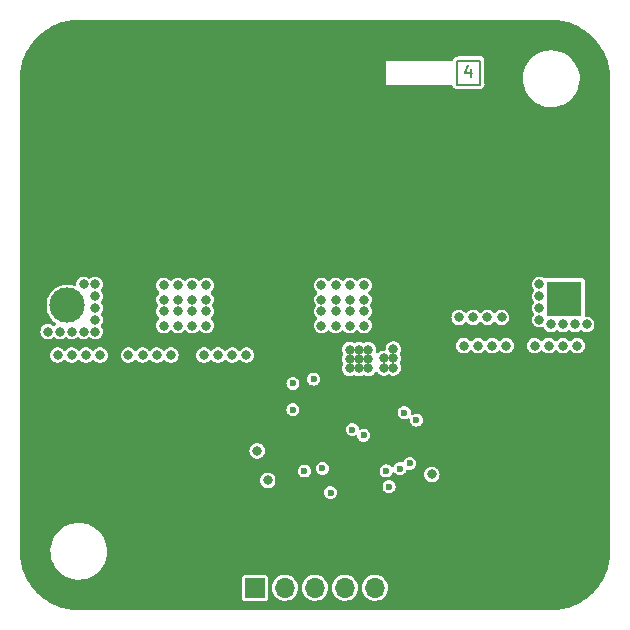
<source format=gbl>
%TF.GenerationSoftware,KiCad,Pcbnew,7.0.1-3b83917a11~172~ubuntu22.10.1*%
%TF.CreationDate,2023-09-26T16:25:11+02:00*%
%TF.ProjectId,MIC28517,4d494332-3835-4313-972e-6b696361645f,rev?*%
%TF.SameCoordinates,Original*%
%TF.FileFunction,Copper,L4,Bot*%
%TF.FilePolarity,Positive*%
%FSLAX46Y46*%
G04 Gerber Fmt 4.6, Leading zero omitted, Abs format (unit mm)*
G04 Created by KiCad (PCBNEW 7.0.1-3b83917a11~172~ubuntu22.10.1) date 2023-09-26 16:25:11*
%MOMM*%
%LPD*%
G01*
G04 APERTURE LIST*
%TA.AperFunction,NonConductor*%
%ADD10C,0.200000*%
%TD*%
%ADD11C,0.200000*%
%TA.AperFunction,ComponentPad*%
%ADD12C,8.600000*%
%TD*%
%TA.AperFunction,ComponentPad*%
%ADD13C,0.900000*%
%TD*%
%TA.AperFunction,ComponentPad*%
%ADD14R,3.000000X3.000000*%
%TD*%
%TA.AperFunction,ComponentPad*%
%ADD15C,3.000000*%
%TD*%
%TA.AperFunction,ComponentPad*%
%ADD16R,1.700000X1.700000*%
%TD*%
%TA.AperFunction,ComponentPad*%
%ADD17O,1.700000X1.700000*%
%TD*%
%TA.AperFunction,ViaPad*%
%ADD18C,0.800000*%
%TD*%
%TA.AperFunction,ViaPad*%
%ADD19C,0.600000*%
%TD*%
G04 APERTURE END LIST*
D10*
X187000000Y-53500000D02*
X189000000Y-53500000D01*
X189000000Y-55500000D01*
X187000000Y-55500000D01*
X187000000Y-53500000D01*
D11*
D10*
X188166666Y-54210952D02*
X188166666Y-54877619D01*
X187928571Y-53830000D02*
X187690476Y-54544285D01*
X187690476Y-54544285D02*
X188309523Y-54544285D01*
D12*
%TO.P,H4,1,1*%
%TO.N,GND*%
X155000000Y-55000000D03*
D13*
X155000000Y-58225000D03*
X152719581Y-57280419D03*
X157280419Y-52719581D03*
X157280419Y-57280419D03*
X151775000Y-55000000D03*
X152719581Y-52719581D03*
X155000000Y-51775000D03*
X158225000Y-55000000D03*
%TD*%
D12*
%TO.P,H2,1,1*%
%TO.N,GND*%
X195000000Y-95000000D03*
D13*
X195000000Y-98225000D03*
X192719581Y-97280419D03*
X197280419Y-92719581D03*
X197280419Y-97280419D03*
X191775000Y-95000000D03*
X192719581Y-92719581D03*
X195000000Y-91775000D03*
X198225000Y-95000000D03*
%TD*%
D14*
%TO.P,J3,1,Pin_1*%
%TO.N,GND*%
X154025000Y-69110000D03*
D15*
%TO.P,J3,2,Pin_2*%
%TO.N,/Vout*%
X154025000Y-74190000D03*
%TD*%
D14*
%TO.P,J2,1,Pin_1*%
%TO.N,/Vin*%
X196100000Y-73640000D03*
D15*
%TO.P,J2,2,Pin_2*%
%TO.N,GND*%
X196100000Y-68560000D03*
%TD*%
D16*
%TO.P,J1,1,Pin_1*%
%TO.N,/EN*%
X169900000Y-98100000D03*
D17*
%TO.P,J1,2,Pin_2*%
%TO.N,GNDA*%
X172440000Y-98100000D03*
%TO.P,J1,3,Pin_3*%
%TO.N,/FB*%
X174980000Y-98100000D03*
%TO.P,J1,4,Pin_4*%
%TO.N,GNDA*%
X177520000Y-98100000D03*
%TO.P,J1,5,Pin_5*%
%TO.N,/PG*%
X180060000Y-98100000D03*
%TD*%
D18*
%TO.N,/SW*%
X175550000Y-73700000D03*
X177950000Y-75900000D03*
X179150000Y-75900000D03*
X179150000Y-74700000D03*
X179150000Y-72500000D03*
X179150000Y-73700000D03*
X177950000Y-72500000D03*
X175550000Y-75900000D03*
X177950000Y-74700000D03*
X176750000Y-74700000D03*
X176750000Y-75900000D03*
X175550000Y-74700000D03*
X176750000Y-73700000D03*
X175550000Y-72500000D03*
X177950000Y-73700000D03*
X176750000Y-72500000D03*
%TO.N,/Vin*%
X171000000Y-89000000D03*
%TO.N,/Vout*%
X155400000Y-72400000D03*
X156400000Y-72400000D03*
X156400000Y-73400000D03*
X156400000Y-74400000D03*
X156400000Y-75400000D03*
X156400000Y-76400000D03*
X155400000Y-76400000D03*
X154400000Y-76400000D03*
X153400000Y-76400000D03*
X152400000Y-76400000D03*
%TO.N,/Vin*%
X198000000Y-75800000D03*
X197000000Y-75800000D03*
X196000000Y-75800000D03*
X195000000Y-75800000D03*
X194000000Y-75400000D03*
X194000000Y-74400000D03*
X194000000Y-73400000D03*
X194000000Y-72400000D03*
%TO.N,GND*%
X196100000Y-66400000D03*
X196100000Y-70650000D03*
X193900000Y-69500000D03*
X193900000Y-70650000D03*
X195000000Y-66400000D03*
X193900000Y-68500000D03*
X195000000Y-70650000D03*
X198300000Y-67600000D03*
X193900000Y-66400000D03*
X198300000Y-69600000D03*
X198300000Y-68600000D03*
X198300000Y-66400000D03*
X197200000Y-66400000D03*
X198300000Y-70650000D03*
X197200000Y-70650000D03*
X193900000Y-67500000D03*
X156200000Y-70200000D03*
X156200000Y-69200000D03*
X156200000Y-68200000D03*
X151800000Y-69100000D03*
X151800000Y-70100000D03*
X151800000Y-68100000D03*
X154000000Y-67000000D03*
X151800000Y-67000000D03*
X152900000Y-67000000D03*
X156200000Y-67000000D03*
X155100000Y-67000000D03*
X156200000Y-71250000D03*
X155100000Y-71250000D03*
X154000000Y-71250000D03*
X152900000Y-71250000D03*
X151800000Y-71250000D03*
X174000000Y-77200000D03*
X174800000Y-77200000D03*
%TO.N,/Vin*%
X184900000Y-88500000D03*
X189600000Y-75200000D03*
X190800000Y-75200000D03*
X187200000Y-75200000D03*
X188400000Y-75200000D03*
X190000000Y-77600000D03*
X196000000Y-77600000D03*
X191200000Y-77600000D03*
X193600000Y-77600000D03*
X197200000Y-77600000D03*
X187600000Y-77600000D03*
X194800000Y-77600000D03*
X188800000Y-77600000D03*
%TO.N,/Vout*%
X164600000Y-73700000D03*
X165800000Y-73700000D03*
X165800000Y-72500000D03*
X162200000Y-73700000D03*
X164600000Y-72500000D03*
X163400000Y-72500000D03*
X163400000Y-73700000D03*
X162200000Y-72500000D03*
X164600000Y-74700000D03*
X165800000Y-74700000D03*
X162200000Y-74700000D03*
X163400000Y-74700000D03*
X164600000Y-75900000D03*
X162200000Y-75900000D03*
X163400000Y-75900000D03*
X165800000Y-75900000D03*
X165600000Y-78400000D03*
X166800000Y-78400000D03*
X162800000Y-78400000D03*
X168000000Y-78400000D03*
X159200000Y-78400000D03*
X169200000Y-78400000D03*
X153200000Y-78400000D03*
X160400000Y-78400000D03*
X156800000Y-78400000D03*
X154400000Y-78400000D03*
X161600000Y-78400000D03*
X155600000Y-78400000D03*
%TO.N,GND*%
X175600000Y-77200000D03*
D19*
%TO.N,GNDA*%
X182200000Y-88000000D03*
D18*
%TO.N,/EN*%
X170100000Y-86500000D03*
%TO.N,GND*%
X187200000Y-67200000D03*
X188400000Y-67200000D03*
X190800000Y-68400000D03*
X187200000Y-68400000D03*
X190800000Y-67200000D03*
X188400000Y-68400000D03*
X189600000Y-67200000D03*
X189600000Y-68400000D03*
X195200000Y-84200000D03*
X197600000Y-83000000D03*
X194000000Y-84200000D03*
X194000000Y-83000000D03*
X195200000Y-83000000D03*
X196400000Y-84200000D03*
X197600000Y-84200000D03*
X196400000Y-83000000D03*
X187600000Y-84200000D03*
X191200000Y-83000000D03*
X190000000Y-83000000D03*
X188800000Y-84200000D03*
X188800000Y-83000000D03*
X190000000Y-84200000D03*
X191200000Y-84200000D03*
X187600000Y-83000000D03*
X159200000Y-83800000D03*
X169200000Y-83800000D03*
X168000000Y-83800000D03*
X160400000Y-83800000D03*
X155600000Y-83800000D03*
X153200000Y-83800000D03*
X154400000Y-83800000D03*
X166800000Y-83800000D03*
X156800000Y-83800000D03*
X162800000Y-83800000D03*
X161600000Y-83800000D03*
X165600000Y-83800000D03*
X166800000Y-85000000D03*
X168000000Y-85000000D03*
X169200000Y-85000000D03*
X161600000Y-85000000D03*
X159200000Y-85000000D03*
X160400000Y-85000000D03*
X162800000Y-85000000D03*
X165600000Y-85000000D03*
X156800000Y-85000000D03*
X155600000Y-85000000D03*
X154400000Y-85000000D03*
X153200000Y-85000000D03*
D19*
%TO.N,/PVDD*%
X174875002Y-80425000D03*
X176325000Y-90050000D03*
%TO.N,GNDA*%
X175625000Y-87975000D03*
X174100000Y-88200000D03*
X179125000Y-85175000D03*
%TO.N,/FB*%
X173125000Y-80775000D03*
%TO.N,/PG*%
X181275000Y-89525000D03*
%TO.N,Net-(C4-Pad1)*%
X173125000Y-83025000D03*
%TO.N,/FB*%
X178150000Y-84700000D03*
%TO.N,GNDA*%
X183025000Y-87550000D03*
X181025000Y-88200000D03*
%TO.N,Net-(C4-Pad1)*%
X183575000Y-83901500D03*
%TO.N,/PG*%
X182550000Y-83275000D03*
D18*
%TO.N,GND*%
X176900000Y-77725000D03*
X176900000Y-78975000D03*
%TO.N,/Vin*%
X181625000Y-79475000D03*
X180825000Y-79475000D03*
X181625000Y-77875000D03*
X181625000Y-78675000D03*
X180825000Y-78675000D03*
%TO.N,/SW*%
X177925000Y-77925000D03*
X179525000Y-77925000D03*
X178725000Y-77925000D03*
X179525000Y-78725000D03*
X177925000Y-78725000D03*
X178725000Y-78725000D03*
X178725000Y-79525000D03*
X179525000Y-79525000D03*
X177925000Y-79525000D03*
%TO.N,GND*%
X181025000Y-82175000D03*
X179425000Y-82175000D03*
X180225000Y-82175000D03*
X178625000Y-82175000D03*
X177825000Y-82175000D03*
X179825000Y-80675000D03*
X177425000Y-80675000D03*
X178225000Y-80675000D03*
X180625000Y-80675000D03*
X181425000Y-80675000D03*
X179025000Y-80675000D03*
X178225000Y-81475000D03*
X179025000Y-81475000D03*
X179825000Y-81475000D03*
X180625000Y-81475000D03*
X181425000Y-81475000D03*
X177425000Y-81475000D03*
%TD*%
%TA.AperFunction,Conductor*%
%TO.N,GND*%
G36*
X195002562Y-50000605D02*
G01*
X195217600Y-50009500D01*
X195413455Y-50018052D01*
X195423330Y-50018881D01*
X195636706Y-50045479D01*
X195636793Y-50045490D01*
X195834945Y-50071577D01*
X195844192Y-50073153D01*
X196053521Y-50117044D01*
X196054765Y-50117312D01*
X196250386Y-50160680D01*
X196258901Y-50162889D01*
X196463665Y-50223850D01*
X196465325Y-50224359D01*
X196656696Y-50284698D01*
X196664453Y-50287431D01*
X196863363Y-50365046D01*
X196865513Y-50365911D01*
X197051024Y-50442752D01*
X197057972Y-50445886D01*
X197225903Y-50527982D01*
X197249587Y-50539561D01*
X197252383Y-50540972D01*
X197430420Y-50633652D01*
X197436636Y-50637118D01*
X197619793Y-50746255D01*
X197622929Y-50748187D01*
X197686491Y-50788681D01*
X197792282Y-50856078D01*
X197797710Y-50859741D01*
X197971184Y-50983599D01*
X197974616Y-50986140D01*
X198133912Y-51108372D01*
X198138567Y-51112126D01*
X198301226Y-51249891D01*
X198304838Y-51253072D01*
X198452925Y-51388769D01*
X198456807Y-51392486D01*
X198607512Y-51543191D01*
X198611232Y-51547076D01*
X198746921Y-51695155D01*
X198750107Y-51698772D01*
X198887872Y-51861431D01*
X198891626Y-51866086D01*
X199013858Y-52025382D01*
X199016399Y-52028814D01*
X199140257Y-52202288D01*
X199143920Y-52207716D01*
X199251800Y-52377052D01*
X199253743Y-52380205D01*
X199362880Y-52563362D01*
X199366346Y-52569578D01*
X199459026Y-52747615D01*
X199460437Y-52750411D01*
X199554099Y-52941997D01*
X199557260Y-52949005D01*
X199634051Y-53134395D01*
X199634991Y-53136734D01*
X199658340Y-53196570D01*
X199712559Y-53335523D01*
X199715302Y-53343309D01*
X199775602Y-53534554D01*
X199776186Y-53536460D01*
X199837105Y-53741084D01*
X199839321Y-53749627D01*
X199882671Y-53945166D01*
X199882971Y-53946559D01*
X199926844Y-54155802D01*
X199928422Y-54165062D01*
X199954459Y-54362829D01*
X199954568Y-54363677D01*
X199981114Y-54576641D01*
X199981948Y-54586570D01*
X199990513Y-54782728D01*
X199990525Y-54783013D01*
X199999394Y-54997438D01*
X199999500Y-55002562D01*
X199999500Y-94997438D01*
X199999394Y-95002563D01*
X199990525Y-95216987D01*
X199990513Y-95217271D01*
X199981948Y-95413428D01*
X199981114Y-95423357D01*
X199954568Y-95636321D01*
X199954459Y-95637169D01*
X199928422Y-95834936D01*
X199926844Y-95844196D01*
X199882971Y-96053439D01*
X199882671Y-96054832D01*
X199839321Y-96250371D01*
X199837105Y-96258914D01*
X199776186Y-96463538D01*
X199775602Y-96465444D01*
X199715302Y-96656689D01*
X199712559Y-96664475D01*
X199635008Y-96863224D01*
X199634051Y-96865603D01*
X199557260Y-97050993D01*
X199554099Y-97058001D01*
X199460437Y-97249587D01*
X199459026Y-97252383D01*
X199366346Y-97430420D01*
X199362880Y-97436636D01*
X199253743Y-97619793D01*
X199251800Y-97622946D01*
X199143920Y-97792282D01*
X199140257Y-97797710D01*
X199016399Y-97971184D01*
X199013858Y-97974616D01*
X198891626Y-98133912D01*
X198887872Y-98138567D01*
X198750107Y-98301226D01*
X198746908Y-98304858D01*
X198611254Y-98452899D01*
X198607512Y-98456807D01*
X198456807Y-98607512D01*
X198452899Y-98611254D01*
X198304858Y-98746908D01*
X198301226Y-98750107D01*
X198138567Y-98887872D01*
X198133912Y-98891626D01*
X197974616Y-99013858D01*
X197971184Y-99016399D01*
X197797710Y-99140257D01*
X197792282Y-99143920D01*
X197622946Y-99251800D01*
X197619793Y-99253743D01*
X197436636Y-99362880D01*
X197430420Y-99366346D01*
X197252383Y-99459026D01*
X197249587Y-99460437D01*
X197058001Y-99554099D01*
X197050993Y-99557260D01*
X196865603Y-99634051D01*
X196863224Y-99635008D01*
X196664475Y-99712559D01*
X196656689Y-99715302D01*
X196465444Y-99775602D01*
X196463538Y-99776186D01*
X196258914Y-99837105D01*
X196250371Y-99839321D01*
X196054832Y-99882671D01*
X196053439Y-99882971D01*
X195844196Y-99926844D01*
X195834936Y-99928422D01*
X195637169Y-99954459D01*
X195636321Y-99954568D01*
X195423357Y-99981114D01*
X195413428Y-99981948D01*
X195217381Y-99990508D01*
X195217097Y-99990520D01*
X195002563Y-99999394D01*
X194997438Y-99999500D01*
X155002562Y-99999500D01*
X154997437Y-99999394D01*
X154782901Y-99990520D01*
X154782617Y-99990508D01*
X154586570Y-99981948D01*
X154576641Y-99981114D01*
X154363677Y-99954568D01*
X154362829Y-99954459D01*
X154165062Y-99928422D01*
X154155802Y-99926844D01*
X153946559Y-99882971D01*
X153945166Y-99882671D01*
X153749627Y-99839321D01*
X153741084Y-99837105D01*
X153536460Y-99776186D01*
X153534554Y-99775602D01*
X153343309Y-99715302D01*
X153335523Y-99712559D01*
X153206985Y-99662404D01*
X153136734Y-99634991D01*
X153134395Y-99634051D01*
X152949005Y-99557260D01*
X152941997Y-99554099D01*
X152750411Y-99460437D01*
X152747615Y-99459026D01*
X152569578Y-99366346D01*
X152563362Y-99362880D01*
X152380205Y-99253743D01*
X152377052Y-99251800D01*
X152207716Y-99143920D01*
X152202288Y-99140257D01*
X152028814Y-99016399D01*
X152025382Y-99013858D01*
X151974318Y-98974675D01*
X168799500Y-98974675D01*
X168814033Y-99047738D01*
X168814033Y-99047739D01*
X168814034Y-99047740D01*
X168869399Y-99130601D01*
X168952260Y-99185966D01*
X168988793Y-99193233D01*
X169025325Y-99200500D01*
X169025326Y-99200500D01*
X170774674Y-99200500D01*
X170774675Y-99200500D01*
X170799029Y-99195655D01*
X170847740Y-99185966D01*
X170930601Y-99130601D01*
X170985966Y-99047740D01*
X171000500Y-98974674D01*
X171000500Y-98100000D01*
X171334785Y-98100000D01*
X171353602Y-98303083D01*
X171409418Y-98499251D01*
X171500324Y-98681818D01*
X171623236Y-98844580D01*
X171773958Y-98981981D01*
X171921170Y-99073130D01*
X171947363Y-99089348D01*
X172137544Y-99163024D01*
X172338024Y-99200500D01*
X172541974Y-99200500D01*
X172541976Y-99200500D01*
X172742456Y-99163024D01*
X172932637Y-99089348D01*
X173106041Y-98981981D01*
X173256764Y-98844579D01*
X173379673Y-98681821D01*
X173379673Y-98681819D01*
X173379675Y-98681818D01*
X173450834Y-98538910D01*
X173470582Y-98499250D01*
X173526397Y-98303083D01*
X173545215Y-98100000D01*
X173874785Y-98100000D01*
X173893602Y-98303083D01*
X173949418Y-98499251D01*
X174040324Y-98681818D01*
X174163236Y-98844580D01*
X174313958Y-98981981D01*
X174461170Y-99073130D01*
X174487363Y-99089348D01*
X174677544Y-99163024D01*
X174878024Y-99200500D01*
X175081974Y-99200500D01*
X175081976Y-99200500D01*
X175282456Y-99163024D01*
X175472637Y-99089348D01*
X175646041Y-98981981D01*
X175796764Y-98844579D01*
X175919673Y-98681821D01*
X175919673Y-98681819D01*
X175919675Y-98681818D01*
X175990834Y-98538910D01*
X176010582Y-98499250D01*
X176066397Y-98303083D01*
X176085215Y-98100000D01*
X176414785Y-98100000D01*
X176433602Y-98303083D01*
X176489418Y-98499251D01*
X176580324Y-98681818D01*
X176703236Y-98844580D01*
X176853958Y-98981981D01*
X177001170Y-99073130D01*
X177027363Y-99089348D01*
X177217544Y-99163024D01*
X177418024Y-99200500D01*
X177621974Y-99200500D01*
X177621976Y-99200500D01*
X177822456Y-99163024D01*
X178012637Y-99089348D01*
X178186041Y-98981981D01*
X178336764Y-98844579D01*
X178459673Y-98681821D01*
X178459673Y-98681819D01*
X178459675Y-98681818D01*
X178530834Y-98538910D01*
X178550582Y-98499250D01*
X178606397Y-98303083D01*
X178625215Y-98100000D01*
X178954785Y-98100000D01*
X178973602Y-98303083D01*
X179029418Y-98499251D01*
X179120324Y-98681818D01*
X179243236Y-98844580D01*
X179393958Y-98981981D01*
X179541170Y-99073130D01*
X179567363Y-99089348D01*
X179757544Y-99163024D01*
X179958024Y-99200500D01*
X180161974Y-99200500D01*
X180161976Y-99200500D01*
X180362456Y-99163024D01*
X180552637Y-99089348D01*
X180726041Y-98981981D01*
X180876764Y-98844579D01*
X180999673Y-98681821D01*
X180999673Y-98681819D01*
X180999675Y-98681818D01*
X181070834Y-98538910D01*
X181090582Y-98499250D01*
X181146397Y-98303083D01*
X181165215Y-98100000D01*
X181146397Y-97896917D01*
X181090582Y-97700750D01*
X181090209Y-97700001D01*
X180999675Y-97518181D01*
X180876763Y-97355419D01*
X180726041Y-97218018D01*
X180552638Y-97110652D01*
X180362457Y-97036976D01*
X180295629Y-97024484D01*
X180161976Y-96999500D01*
X179958024Y-96999500D01*
X179880279Y-97014033D01*
X179757542Y-97036976D01*
X179567361Y-97110652D01*
X179393958Y-97218018D01*
X179243236Y-97355419D01*
X179120324Y-97518181D01*
X179029418Y-97700748D01*
X178973602Y-97896916D01*
X178954785Y-98100000D01*
X178625215Y-98100000D01*
X178606397Y-97896917D01*
X178550582Y-97700750D01*
X178550209Y-97700001D01*
X178459675Y-97518181D01*
X178336763Y-97355419D01*
X178186041Y-97218018D01*
X178012638Y-97110652D01*
X177822457Y-97036976D01*
X177755629Y-97024484D01*
X177621976Y-96999500D01*
X177418024Y-96999500D01*
X177340279Y-97014033D01*
X177217542Y-97036976D01*
X177027361Y-97110652D01*
X176853958Y-97218018D01*
X176703236Y-97355419D01*
X176580324Y-97518181D01*
X176489418Y-97700748D01*
X176433602Y-97896916D01*
X176414785Y-98100000D01*
X176085215Y-98100000D01*
X176066397Y-97896917D01*
X176010582Y-97700750D01*
X176010209Y-97700001D01*
X175919675Y-97518181D01*
X175796763Y-97355419D01*
X175646041Y-97218018D01*
X175472638Y-97110652D01*
X175282457Y-97036976D01*
X175215629Y-97024484D01*
X175081976Y-96999500D01*
X174878024Y-96999500D01*
X174800279Y-97014033D01*
X174677542Y-97036976D01*
X174487361Y-97110652D01*
X174313958Y-97218018D01*
X174163236Y-97355419D01*
X174040324Y-97518181D01*
X173949418Y-97700748D01*
X173893602Y-97896916D01*
X173874785Y-98100000D01*
X173545215Y-98100000D01*
X173526397Y-97896917D01*
X173470582Y-97700750D01*
X173470209Y-97700001D01*
X173379675Y-97518181D01*
X173256763Y-97355419D01*
X173106041Y-97218018D01*
X172932638Y-97110652D01*
X172742457Y-97036976D01*
X172675629Y-97024484D01*
X172541976Y-96999500D01*
X172338024Y-96999500D01*
X172260279Y-97014033D01*
X172137542Y-97036976D01*
X171947361Y-97110652D01*
X171773958Y-97218018D01*
X171623236Y-97355419D01*
X171500324Y-97518181D01*
X171409418Y-97700748D01*
X171353602Y-97896916D01*
X171334785Y-98100000D01*
X171000500Y-98100000D01*
X171000500Y-97225326D01*
X170985966Y-97152260D01*
X170930601Y-97069399D01*
X170847740Y-97014034D01*
X170847739Y-97014033D01*
X170847738Y-97014033D01*
X170774675Y-96999500D01*
X170774674Y-96999500D01*
X169025326Y-96999500D01*
X169025325Y-96999500D01*
X168952261Y-97014033D01*
X168869399Y-97069399D01*
X168814033Y-97152261D01*
X168799500Y-97225325D01*
X168799500Y-98974675D01*
X151974318Y-98974675D01*
X151866086Y-98891626D01*
X151861431Y-98887872D01*
X151698772Y-98750107D01*
X151695155Y-98746921D01*
X151547076Y-98611232D01*
X151543191Y-98607512D01*
X151392486Y-98456807D01*
X151388769Y-98452925D01*
X151253072Y-98304838D01*
X151249891Y-98301226D01*
X151112126Y-98138567D01*
X151108372Y-98133912D01*
X150986140Y-97974616D01*
X150983599Y-97971184D01*
X150859741Y-97797710D01*
X150856078Y-97792282D01*
X150748198Y-97622946D01*
X150746255Y-97619793D01*
X150637118Y-97436636D01*
X150633652Y-97430420D01*
X150540972Y-97252383D01*
X150539561Y-97249587D01*
X150524128Y-97218018D01*
X150445886Y-97057972D01*
X150442752Y-97051024D01*
X150365911Y-96865513D01*
X150365046Y-96863363D01*
X150287431Y-96664453D01*
X150284696Y-96656689D01*
X150272239Y-96617181D01*
X150224359Y-96465325D01*
X150223850Y-96463665D01*
X150162889Y-96258901D01*
X150160680Y-96250386D01*
X150117312Y-96054765D01*
X150117027Y-96053439D01*
X150111495Y-96027057D01*
X150073153Y-95844192D01*
X150071576Y-95834936D01*
X150045490Y-95636793D01*
X150045483Y-95636743D01*
X150018881Y-95423330D01*
X150018052Y-95413455D01*
X150009486Y-95217271D01*
X150000605Y-95002562D01*
X150000500Y-94997439D01*
X150000500Y-94922903D01*
X152595794Y-94922903D01*
X152605672Y-95230972D01*
X152654867Y-95535261D01*
X152742570Y-95830760D01*
X152867334Y-96112604D01*
X152867336Y-96112608D01*
X152867337Y-96112609D01*
X153027123Y-96376193D01*
X153219304Y-96617181D01*
X153440724Y-96831614D01*
X153687747Y-97015972D01*
X153956318Y-97167228D01*
X154242025Y-97282899D01*
X154540179Y-97361084D01*
X154845883Y-97400500D01*
X155076974Y-97400500D01*
X155076978Y-97400500D01*
X155126639Y-97397311D01*
X155307601Y-97385693D01*
X155610151Y-97326772D01*
X155902683Y-97229644D01*
X156180393Y-97095907D01*
X156438720Y-96927754D01*
X156673424Y-96727948D01*
X156803298Y-96584941D01*
X156880646Y-96499774D01*
X156880647Y-96499771D01*
X156880650Y-96499769D01*
X157056996Y-96246963D01*
X157199567Y-95973683D01*
X157306020Y-95684415D01*
X157316890Y-95636793D01*
X157374609Y-95383907D01*
X157404206Y-95077098D01*
X157394327Y-94769022D01*
X157345133Y-94464739D01*
X157257431Y-94169244D01*
X157257429Y-94169239D01*
X157132665Y-93887395D01*
X157051218Y-93753039D01*
X156972877Y-93623807D01*
X156780696Y-93382819D01*
X156559276Y-93168386D01*
X156312253Y-92984028D01*
X156043682Y-92832772D01*
X155757975Y-92717101D01*
X155523416Y-92655592D01*
X155459818Y-92638915D01*
X155207227Y-92606347D01*
X155154117Y-92599500D01*
X154923026Y-92599500D01*
X154923022Y-92599500D01*
X154692397Y-92614307D01*
X154389854Y-92673226D01*
X154257711Y-92717101D01*
X154097317Y-92770356D01*
X154097314Y-92770357D01*
X154097312Y-92770358D01*
X153819612Y-92904089D01*
X153561274Y-93072249D01*
X153326575Y-93272052D01*
X153119353Y-93500225D01*
X152943002Y-93753039D01*
X152800432Y-94026316D01*
X152693979Y-94315583D01*
X152625390Y-94616092D01*
X152595794Y-94922903D01*
X150000500Y-94922903D01*
X150000500Y-90049999D01*
X175769749Y-90049999D01*
X175788670Y-90193709D01*
X175844137Y-90327622D01*
X175844138Y-90327624D01*
X175844139Y-90327625D01*
X175932379Y-90442621D01*
X176047375Y-90530861D01*
X176181291Y-90586330D01*
X176325000Y-90605250D01*
X176468709Y-90586330D01*
X176602625Y-90530861D01*
X176717621Y-90442621D01*
X176805861Y-90327625D01*
X176861330Y-90193709D01*
X176880250Y-90050000D01*
X176861330Y-89906291D01*
X176805861Y-89772375D01*
X176717621Y-89657379D01*
X176602625Y-89569139D01*
X176602624Y-89569138D01*
X176602622Y-89569137D01*
X176496063Y-89525000D01*
X180719749Y-89525000D01*
X180738670Y-89668709D01*
X180794137Y-89802622D01*
X180794138Y-89802624D01*
X180794139Y-89802625D01*
X180882379Y-89917621D01*
X180997375Y-90005861D01*
X181131291Y-90061330D01*
X181275000Y-90080250D01*
X181418709Y-90061330D01*
X181552625Y-90005861D01*
X181667621Y-89917621D01*
X181755861Y-89802625D01*
X181811330Y-89668709D01*
X181830250Y-89525000D01*
X181811330Y-89381291D01*
X181755861Y-89247375D01*
X181667621Y-89132379D01*
X181552625Y-89044139D01*
X181552624Y-89044138D01*
X181552622Y-89044137D01*
X181418709Y-88988670D01*
X181274999Y-88969749D01*
X181226912Y-88976081D01*
X181168316Y-88969664D01*
X181163742Y-88966608D01*
X181136726Y-88986418D01*
X180997376Y-89044138D01*
X180882379Y-89132379D01*
X180794137Y-89247377D01*
X180738670Y-89381290D01*
X180719749Y-89525000D01*
X176496063Y-89525000D01*
X176468709Y-89513670D01*
X176325000Y-89494749D01*
X176181290Y-89513670D01*
X176047377Y-89569137D01*
X175932379Y-89657379D01*
X175844137Y-89772377D01*
X175788670Y-89906290D01*
X175769749Y-90049999D01*
X150000500Y-90049999D01*
X150000500Y-89000000D01*
X170344721Y-89000000D01*
X170363763Y-89156818D01*
X170419780Y-89304523D01*
X170509515Y-89434528D01*
X170509516Y-89434529D01*
X170509517Y-89434530D01*
X170627760Y-89539283D01*
X170767635Y-89612696D01*
X170921015Y-89650500D01*
X171078985Y-89650500D01*
X171232365Y-89612696D01*
X171372240Y-89539283D01*
X171490483Y-89434530D01*
X171580220Y-89304523D01*
X171636237Y-89156818D01*
X171655278Y-89000000D01*
X171636237Y-88843182D01*
X171580220Y-88695477D01*
X171490483Y-88565470D01*
X171372240Y-88460717D01*
X171242494Y-88392620D01*
X171232364Y-88387303D01*
X171078985Y-88349500D01*
X170921015Y-88349500D01*
X170767635Y-88387303D01*
X170627761Y-88460716D01*
X170509515Y-88565471D01*
X170419780Y-88695476D01*
X170363763Y-88843181D01*
X170344721Y-89000000D01*
X150000500Y-89000000D01*
X150000500Y-88200000D01*
X173544749Y-88200000D01*
X173563670Y-88343709D01*
X173619137Y-88477622D01*
X173619138Y-88477624D01*
X173619139Y-88477625D01*
X173707379Y-88592621D01*
X173822375Y-88680861D01*
X173956291Y-88736330D01*
X174100000Y-88755250D01*
X174243709Y-88736330D01*
X174377625Y-88680861D01*
X174492621Y-88592621D01*
X174580861Y-88477625D01*
X174636330Y-88343709D01*
X174655250Y-88200000D01*
X174636330Y-88056291D01*
X174602659Y-87975000D01*
X175069749Y-87975000D01*
X175088670Y-88118709D01*
X175144137Y-88252622D01*
X175144138Y-88252624D01*
X175144139Y-88252625D01*
X175232379Y-88367621D01*
X175347375Y-88455861D01*
X175347376Y-88455861D01*
X175347377Y-88455862D01*
X175377715Y-88468428D01*
X175481291Y-88511330D01*
X175625000Y-88530250D01*
X175768709Y-88511330D01*
X175902625Y-88455861D01*
X176017621Y-88367621D01*
X176105861Y-88252625D01*
X176127659Y-88200000D01*
X180469749Y-88200000D01*
X180488670Y-88343709D01*
X180544137Y-88477622D01*
X180544138Y-88477624D01*
X180544139Y-88477625D01*
X180632379Y-88592621D01*
X180747375Y-88680861D01*
X180881291Y-88736330D01*
X181025000Y-88755250D01*
X181073090Y-88748918D01*
X181131682Y-88755334D01*
X181136256Y-88758390D01*
X181163274Y-88738581D01*
X181168708Y-88736330D01*
X181168709Y-88736330D01*
X181302625Y-88680861D01*
X181417621Y-88592621D01*
X181505861Y-88477625D01*
X181552240Y-88365654D01*
X181591313Y-88314733D01*
X181650614Y-88290169D01*
X181714252Y-88298547D01*
X181765175Y-88337620D01*
X181807379Y-88392621D01*
X181922375Y-88480861D01*
X182056291Y-88536330D01*
X182200000Y-88555250D01*
X182343709Y-88536330D01*
X182431419Y-88500000D01*
X184244721Y-88500000D01*
X184263763Y-88656818D01*
X184319780Y-88804523D01*
X184409515Y-88934528D01*
X184409516Y-88934529D01*
X184409517Y-88934530D01*
X184527760Y-89039283D01*
X184667635Y-89112696D01*
X184821015Y-89150500D01*
X184978985Y-89150500D01*
X185132365Y-89112696D01*
X185272240Y-89039283D01*
X185390483Y-88934530D01*
X185480220Y-88804523D01*
X185536237Y-88656818D01*
X185555278Y-88500000D01*
X185536237Y-88343182D01*
X185480220Y-88195477D01*
X185427231Y-88118709D01*
X185390484Y-88065471D01*
X185351417Y-88030861D01*
X185272240Y-87960717D01*
X185258994Y-87953764D01*
X185132364Y-87887303D01*
X184978985Y-87849500D01*
X184821015Y-87849500D01*
X184667635Y-87887303D01*
X184527761Y-87960716D01*
X184409515Y-88065471D01*
X184319780Y-88195476D01*
X184263763Y-88343181D01*
X184244721Y-88500000D01*
X182431419Y-88500000D01*
X182477625Y-88480861D01*
X182592621Y-88392621D01*
X182680861Y-88277625D01*
X182730392Y-88158043D01*
X182769466Y-88107121D01*
X182828765Y-88082556D01*
X182864700Y-88087285D01*
X182865107Y-88084199D01*
X182881290Y-88086329D01*
X182881291Y-88086330D01*
X183025000Y-88105250D01*
X183168709Y-88086330D01*
X183302625Y-88030861D01*
X183417621Y-87942621D01*
X183505861Y-87827625D01*
X183561330Y-87693709D01*
X183580250Y-87550000D01*
X183561330Y-87406291D01*
X183505861Y-87272375D01*
X183417621Y-87157379D01*
X183302625Y-87069139D01*
X183302624Y-87069138D01*
X183302622Y-87069137D01*
X183168709Y-87013670D01*
X183025000Y-86994749D01*
X182881290Y-87013670D01*
X182747377Y-87069137D01*
X182632379Y-87157379D01*
X182544137Y-87272377D01*
X182494607Y-87391957D01*
X182455534Y-87442879D01*
X182396235Y-87467444D01*
X182360299Y-87462714D01*
X182359893Y-87465801D01*
X182343709Y-87463670D01*
X182323333Y-87460987D01*
X182200000Y-87444749D01*
X182056290Y-87463670D01*
X181922377Y-87519137D01*
X181807379Y-87607379D01*
X181719138Y-87722376D01*
X181672760Y-87834344D01*
X181633686Y-87885267D01*
X181574384Y-87909830D01*
X181510746Y-87901452D01*
X181459823Y-87862378D01*
X181417621Y-87807379D01*
X181302625Y-87719139D01*
X181302624Y-87719138D01*
X181302622Y-87719137D01*
X181168709Y-87663670D01*
X181025000Y-87644749D01*
X180881290Y-87663670D01*
X180747377Y-87719137D01*
X180632379Y-87807379D01*
X180544137Y-87922377D01*
X180488670Y-88056290D01*
X180469749Y-88200000D01*
X176127659Y-88200000D01*
X176161330Y-88118709D01*
X176180250Y-87975000D01*
X176161330Y-87831291D01*
X176105861Y-87697375D01*
X176017621Y-87582379D01*
X175902625Y-87494139D01*
X175902624Y-87494138D01*
X175902622Y-87494137D01*
X175768709Y-87438670D01*
X175625000Y-87419749D01*
X175481290Y-87438670D01*
X175347377Y-87494137D01*
X175232379Y-87582379D01*
X175144137Y-87697377D01*
X175088670Y-87831290D01*
X175069749Y-87975000D01*
X174602659Y-87975000D01*
X174580861Y-87922375D01*
X174492621Y-87807379D01*
X174377625Y-87719139D01*
X174377624Y-87719138D01*
X174377622Y-87719137D01*
X174243709Y-87663670D01*
X174100000Y-87644749D01*
X173956290Y-87663670D01*
X173822377Y-87719137D01*
X173707379Y-87807379D01*
X173619137Y-87922377D01*
X173563670Y-88056290D01*
X173544749Y-88200000D01*
X150000500Y-88200000D01*
X150000500Y-86500000D01*
X169444721Y-86500000D01*
X169463763Y-86656818D01*
X169519780Y-86804523D01*
X169609515Y-86934528D01*
X169609516Y-86934529D01*
X169609517Y-86934530D01*
X169727760Y-87039283D01*
X169867635Y-87112696D01*
X170021015Y-87150500D01*
X170178985Y-87150500D01*
X170332365Y-87112696D01*
X170472240Y-87039283D01*
X170590483Y-86934530D01*
X170680220Y-86804523D01*
X170736237Y-86656818D01*
X170755278Y-86500000D01*
X170736237Y-86343182D01*
X170680220Y-86195477D01*
X170590483Y-86065470D01*
X170472240Y-85960717D01*
X170458994Y-85953765D01*
X170332364Y-85887303D01*
X170178985Y-85849500D01*
X170021015Y-85849500D01*
X169867635Y-85887303D01*
X169727761Y-85960716D01*
X169609515Y-86065471D01*
X169519780Y-86195476D01*
X169463763Y-86343181D01*
X169444721Y-86500000D01*
X150000500Y-86500000D01*
X150000500Y-84699999D01*
X177594749Y-84699999D01*
X177613670Y-84843709D01*
X177669137Y-84977622D01*
X177669138Y-84977624D01*
X177669139Y-84977625D01*
X177757379Y-85092621D01*
X177872375Y-85180861D01*
X178006291Y-85236330D01*
X178150000Y-85255250D01*
X178293709Y-85236330D01*
X178413835Y-85186572D01*
X178469396Y-85177399D01*
X178523286Y-85193747D01*
X178564388Y-85232242D01*
X178584225Y-85284947D01*
X178588670Y-85318709D01*
X178644137Y-85452622D01*
X178644138Y-85452624D01*
X178644139Y-85452625D01*
X178732379Y-85567621D01*
X178847375Y-85655861D01*
X178981291Y-85711330D01*
X179125000Y-85730250D01*
X179268709Y-85711330D01*
X179402625Y-85655861D01*
X179517621Y-85567621D01*
X179605861Y-85452625D01*
X179661330Y-85318709D01*
X179680250Y-85175000D01*
X179661330Y-85031291D01*
X179605861Y-84897375D01*
X179517621Y-84782379D01*
X179402625Y-84694139D01*
X179402624Y-84694138D01*
X179402622Y-84694137D01*
X179268709Y-84638670D01*
X179125000Y-84619749D01*
X178981291Y-84638670D01*
X178861164Y-84688427D01*
X178805602Y-84697599D01*
X178751712Y-84681252D01*
X178710610Y-84642755D01*
X178690774Y-84590052D01*
X178686330Y-84556291D01*
X178630861Y-84422375D01*
X178542621Y-84307379D01*
X178427625Y-84219139D01*
X178427624Y-84219138D01*
X178427622Y-84219137D01*
X178293709Y-84163670D01*
X178150000Y-84144749D01*
X178006290Y-84163670D01*
X177872377Y-84219137D01*
X177757379Y-84307379D01*
X177669137Y-84422377D01*
X177613670Y-84556290D01*
X177594749Y-84699999D01*
X150000500Y-84699999D01*
X150000500Y-83025000D01*
X172569749Y-83025000D01*
X172588670Y-83168709D01*
X172644137Y-83302622D01*
X172644138Y-83302624D01*
X172644139Y-83302625D01*
X172732379Y-83417621D01*
X172847375Y-83505861D01*
X172981291Y-83561330D01*
X173125000Y-83580250D01*
X173268709Y-83561330D01*
X173402625Y-83505861D01*
X173517621Y-83417621D01*
X173605861Y-83302625D01*
X173617304Y-83274999D01*
X181994749Y-83274999D01*
X182013670Y-83418709D01*
X182069137Y-83552622D01*
X182069138Y-83552624D01*
X182069139Y-83552625D01*
X182157379Y-83667621D01*
X182272375Y-83755861D01*
X182272376Y-83755861D01*
X182272377Y-83755862D01*
X182297273Y-83766174D01*
X182406291Y-83811330D01*
X182550000Y-83830250D01*
X182693709Y-83811330D01*
X182802727Y-83766174D01*
X182842708Y-83749614D01*
X182842821Y-83749886D01*
X182878053Y-83734199D01*
X182935869Y-83737227D01*
X182986008Y-83766174D01*
X183017541Y-83814729D01*
X183023593Y-83872307D01*
X183019749Y-83901499D01*
X183038670Y-84045209D01*
X183094137Y-84179122D01*
X183094138Y-84179124D01*
X183094139Y-84179125D01*
X183182379Y-84294121D01*
X183297375Y-84382361D01*
X183431291Y-84437830D01*
X183575000Y-84456750D01*
X183718709Y-84437830D01*
X183852625Y-84382361D01*
X183967621Y-84294121D01*
X184055861Y-84179125D01*
X184111330Y-84045209D01*
X184130250Y-83901500D01*
X184111330Y-83757791D01*
X184055861Y-83623875D01*
X183967621Y-83508879D01*
X183852625Y-83420639D01*
X183852624Y-83420638D01*
X183852622Y-83420637D01*
X183718709Y-83365170D01*
X183575000Y-83346249D01*
X183431290Y-83365170D01*
X183282292Y-83426886D01*
X183282178Y-83426613D01*
X183246935Y-83442302D01*
X183189121Y-83439269D01*
X183138985Y-83410320D01*
X183107456Y-83361765D01*
X183101406Y-83304193D01*
X183105250Y-83275000D01*
X183086330Y-83131291D01*
X183030861Y-82997375D01*
X182942621Y-82882379D01*
X182827625Y-82794139D01*
X182827624Y-82794138D01*
X182827622Y-82794137D01*
X182693709Y-82738670D01*
X182550000Y-82719749D01*
X182406290Y-82738670D01*
X182272377Y-82794137D01*
X182157379Y-82882379D01*
X182069137Y-82997377D01*
X182013670Y-83131290D01*
X181994749Y-83274999D01*
X173617304Y-83274999D01*
X173661330Y-83168709D01*
X173680250Y-83025000D01*
X173661330Y-82881291D01*
X173605861Y-82747375D01*
X173517621Y-82632379D01*
X173402625Y-82544139D01*
X173402624Y-82544138D01*
X173402622Y-82544137D01*
X173268709Y-82488670D01*
X173125000Y-82469749D01*
X172981290Y-82488670D01*
X172847377Y-82544137D01*
X172732379Y-82632379D01*
X172644137Y-82747377D01*
X172588670Y-82881290D01*
X172569749Y-83025000D01*
X150000500Y-83025000D01*
X150000500Y-80775000D01*
X172569749Y-80775000D01*
X172588670Y-80918709D01*
X172644137Y-81052622D01*
X172644138Y-81052624D01*
X172644139Y-81052625D01*
X172732379Y-81167621D01*
X172847375Y-81255861D01*
X172981291Y-81311330D01*
X173125000Y-81330250D01*
X173268709Y-81311330D01*
X173402625Y-81255861D01*
X173517621Y-81167621D01*
X173605861Y-81052625D01*
X173661330Y-80918709D01*
X173680250Y-80775000D01*
X173661330Y-80631291D01*
X173605861Y-80497375D01*
X173550325Y-80424999D01*
X174319751Y-80424999D01*
X174338672Y-80568709D01*
X174394139Y-80702622D01*
X174394140Y-80702624D01*
X174394141Y-80702625D01*
X174482381Y-80817621D01*
X174597377Y-80905861D01*
X174731293Y-80961330D01*
X174875002Y-80980250D01*
X175018711Y-80961330D01*
X175152627Y-80905861D01*
X175267623Y-80817621D01*
X175355863Y-80702625D01*
X175411332Y-80568709D01*
X175430252Y-80425000D01*
X175411332Y-80281291D01*
X175355863Y-80147375D01*
X175267623Y-80032379D01*
X175152627Y-79944139D01*
X175152626Y-79944138D01*
X175152624Y-79944137D01*
X175018711Y-79888670D01*
X174875002Y-79869749D01*
X174731292Y-79888670D01*
X174597379Y-79944137D01*
X174482381Y-80032379D01*
X174394139Y-80147377D01*
X174338672Y-80281290D01*
X174319751Y-80424999D01*
X173550325Y-80424999D01*
X173517621Y-80382379D01*
X173402625Y-80294139D01*
X173402624Y-80294138D01*
X173402622Y-80294137D01*
X173268709Y-80238670D01*
X173125000Y-80219749D01*
X172981290Y-80238670D01*
X172847377Y-80294137D01*
X172732379Y-80382379D01*
X172644137Y-80497377D01*
X172588670Y-80631290D01*
X172569749Y-80775000D01*
X150000500Y-80775000D01*
X150000500Y-79525000D01*
X177269721Y-79525000D01*
X177288763Y-79681818D01*
X177344780Y-79829523D01*
X177434515Y-79959528D01*
X177434516Y-79959529D01*
X177434517Y-79959530D01*
X177552760Y-80064283D01*
X177692635Y-80137696D01*
X177846015Y-80175500D01*
X178003985Y-80175500D01*
X178157365Y-80137696D01*
X178267375Y-80079957D01*
X178325000Y-80065754D01*
X178382624Y-80079957D01*
X178492635Y-80137696D01*
X178646015Y-80175500D01*
X178803985Y-80175500D01*
X178957365Y-80137696D01*
X179067375Y-80079957D01*
X179125000Y-80065754D01*
X179182624Y-80079957D01*
X179292635Y-80137696D01*
X179446015Y-80175500D01*
X179603985Y-80175500D01*
X179757365Y-80137696D01*
X179897240Y-80064283D01*
X180015483Y-79959530D01*
X180090207Y-79851273D01*
X180134630Y-79811918D01*
X180192256Y-79797714D01*
X180249882Y-79811917D01*
X180294306Y-79851274D01*
X180334515Y-79909528D01*
X180334516Y-79909529D01*
X180334517Y-79909530D01*
X180452760Y-80014283D01*
X180592635Y-80087696D01*
X180746015Y-80125500D01*
X180903985Y-80125500D01*
X181057365Y-80087696D01*
X181167376Y-80029956D01*
X181224999Y-80015754D01*
X181282625Y-80029958D01*
X181392633Y-80087696D01*
X181546015Y-80125500D01*
X181703985Y-80125500D01*
X181857365Y-80087696D01*
X181997240Y-80014283D01*
X182115483Y-79909530D01*
X182205220Y-79779523D01*
X182261237Y-79631818D01*
X182280278Y-79475000D01*
X182261237Y-79318182D01*
X182205220Y-79170477D01*
X182187936Y-79145437D01*
X182168494Y-79099803D01*
X182168494Y-79050197D01*
X182187936Y-79004562D01*
X182205220Y-78979523D01*
X182261237Y-78831818D01*
X182280278Y-78675000D01*
X182261237Y-78518182D01*
X182205220Y-78370477D01*
X182187936Y-78345437D01*
X182168494Y-78299803D01*
X182168494Y-78250197D01*
X182187936Y-78204562D01*
X182205220Y-78179523D01*
X182261237Y-78031818D01*
X182280278Y-77875000D01*
X182261237Y-77718182D01*
X182216417Y-77600000D01*
X186944721Y-77600000D01*
X186963763Y-77756818D01*
X187019780Y-77904523D01*
X187109515Y-78034528D01*
X187109516Y-78034529D01*
X187109517Y-78034530D01*
X187227760Y-78139283D01*
X187367635Y-78212696D01*
X187521015Y-78250500D01*
X187678985Y-78250500D01*
X187832365Y-78212696D01*
X187972240Y-78139283D01*
X188090483Y-78034530D01*
X188097950Y-78023712D01*
X188142373Y-77984355D01*
X188200000Y-77970151D01*
X188257627Y-77984355D01*
X188302051Y-78023713D01*
X188309515Y-78034528D01*
X188309516Y-78034529D01*
X188309517Y-78034530D01*
X188427760Y-78139283D01*
X188567635Y-78212696D01*
X188721015Y-78250500D01*
X188878985Y-78250500D01*
X189032365Y-78212696D01*
X189172240Y-78139283D01*
X189290483Y-78034530D01*
X189297950Y-78023712D01*
X189342373Y-77984355D01*
X189400000Y-77970151D01*
X189457627Y-77984355D01*
X189502051Y-78023713D01*
X189509515Y-78034528D01*
X189509516Y-78034529D01*
X189509517Y-78034530D01*
X189627760Y-78139283D01*
X189767635Y-78212696D01*
X189921015Y-78250500D01*
X190078985Y-78250500D01*
X190232365Y-78212696D01*
X190372240Y-78139283D01*
X190490483Y-78034530D01*
X190497950Y-78023712D01*
X190542373Y-77984355D01*
X190600000Y-77970151D01*
X190657627Y-77984355D01*
X190702051Y-78023713D01*
X190709515Y-78034528D01*
X190709516Y-78034529D01*
X190709517Y-78034530D01*
X190827760Y-78139283D01*
X190967635Y-78212696D01*
X191121015Y-78250500D01*
X191278985Y-78250500D01*
X191432365Y-78212696D01*
X191572240Y-78139283D01*
X191690483Y-78034530D01*
X191780220Y-77904523D01*
X191836237Y-77756818D01*
X191855278Y-77600000D01*
X192944721Y-77600000D01*
X192963763Y-77756818D01*
X193019780Y-77904523D01*
X193109515Y-78034528D01*
X193109516Y-78034529D01*
X193109517Y-78034530D01*
X193227760Y-78139283D01*
X193367635Y-78212696D01*
X193521015Y-78250500D01*
X193678985Y-78250500D01*
X193832365Y-78212696D01*
X193972240Y-78139283D01*
X194090483Y-78034530D01*
X194097950Y-78023712D01*
X194142373Y-77984355D01*
X194200000Y-77970151D01*
X194257627Y-77984355D01*
X194302051Y-78023713D01*
X194309515Y-78034528D01*
X194309516Y-78034529D01*
X194309517Y-78034530D01*
X194427760Y-78139283D01*
X194567635Y-78212696D01*
X194721015Y-78250500D01*
X194878985Y-78250500D01*
X195032365Y-78212696D01*
X195172240Y-78139283D01*
X195290483Y-78034530D01*
X195297950Y-78023712D01*
X195342373Y-77984355D01*
X195400000Y-77970151D01*
X195457627Y-77984355D01*
X195502051Y-78023713D01*
X195509515Y-78034528D01*
X195509516Y-78034529D01*
X195509517Y-78034530D01*
X195627760Y-78139283D01*
X195767635Y-78212696D01*
X195921015Y-78250500D01*
X196078985Y-78250500D01*
X196232365Y-78212696D01*
X196372240Y-78139283D01*
X196490483Y-78034530D01*
X196497950Y-78023712D01*
X196542373Y-77984355D01*
X196600000Y-77970151D01*
X196657627Y-77984355D01*
X196702051Y-78023713D01*
X196709515Y-78034528D01*
X196709516Y-78034529D01*
X196709517Y-78034530D01*
X196827760Y-78139283D01*
X196967635Y-78212696D01*
X197121015Y-78250500D01*
X197278985Y-78250500D01*
X197432365Y-78212696D01*
X197572240Y-78139283D01*
X197690483Y-78034530D01*
X197780220Y-77904523D01*
X197836237Y-77756818D01*
X197855278Y-77600000D01*
X197836237Y-77443182D01*
X197780220Y-77295477D01*
X197690483Y-77165470D01*
X197572240Y-77060717D01*
X197480745Y-77012696D01*
X197432364Y-76987303D01*
X197278985Y-76949500D01*
X197121015Y-76949500D01*
X196967635Y-76987303D01*
X196827761Y-77060716D01*
X196709515Y-77165471D01*
X196702050Y-77176288D01*
X196657626Y-77215645D01*
X196600000Y-77229848D01*
X196542374Y-77215645D01*
X196497950Y-77176288D01*
X196490484Y-77165471D01*
X196490483Y-77165470D01*
X196372240Y-77060717D01*
X196280745Y-77012696D01*
X196232364Y-76987303D01*
X196078985Y-76949500D01*
X195921015Y-76949500D01*
X195767635Y-76987303D01*
X195627761Y-77060716D01*
X195509515Y-77165471D01*
X195502050Y-77176288D01*
X195457626Y-77215645D01*
X195400000Y-77229848D01*
X195342374Y-77215645D01*
X195297950Y-77176288D01*
X195290484Y-77165471D01*
X195290483Y-77165470D01*
X195172240Y-77060717D01*
X195080745Y-77012696D01*
X195032364Y-76987303D01*
X194878985Y-76949500D01*
X194721015Y-76949500D01*
X194567635Y-76987303D01*
X194427761Y-77060716D01*
X194309515Y-77165471D01*
X194302050Y-77176288D01*
X194257626Y-77215645D01*
X194200000Y-77229848D01*
X194142374Y-77215645D01*
X194097950Y-77176288D01*
X194090484Y-77165471D01*
X194090483Y-77165470D01*
X193972240Y-77060717D01*
X193880745Y-77012696D01*
X193832364Y-76987303D01*
X193678985Y-76949500D01*
X193521015Y-76949500D01*
X193367635Y-76987303D01*
X193227761Y-77060716D01*
X193109515Y-77165471D01*
X193019780Y-77295476D01*
X192963763Y-77443181D01*
X192944721Y-77600000D01*
X191855278Y-77600000D01*
X191836237Y-77443182D01*
X191780220Y-77295477D01*
X191690483Y-77165470D01*
X191572240Y-77060717D01*
X191480745Y-77012696D01*
X191432364Y-76987303D01*
X191278985Y-76949500D01*
X191121015Y-76949500D01*
X190967635Y-76987303D01*
X190827761Y-77060716D01*
X190709515Y-77165471D01*
X190702050Y-77176288D01*
X190657626Y-77215645D01*
X190600000Y-77229848D01*
X190542374Y-77215645D01*
X190497950Y-77176288D01*
X190490484Y-77165471D01*
X190490483Y-77165470D01*
X190372240Y-77060717D01*
X190280745Y-77012696D01*
X190232364Y-76987303D01*
X190078985Y-76949500D01*
X189921015Y-76949500D01*
X189767635Y-76987303D01*
X189627761Y-77060716D01*
X189509515Y-77165471D01*
X189502050Y-77176288D01*
X189457626Y-77215645D01*
X189400000Y-77229848D01*
X189342374Y-77215645D01*
X189297950Y-77176288D01*
X189290484Y-77165471D01*
X189290483Y-77165470D01*
X189172240Y-77060717D01*
X189080745Y-77012696D01*
X189032364Y-76987303D01*
X188878985Y-76949500D01*
X188721015Y-76949500D01*
X188567635Y-76987303D01*
X188427761Y-77060716D01*
X188309515Y-77165471D01*
X188302050Y-77176288D01*
X188257626Y-77215645D01*
X188200000Y-77229848D01*
X188142374Y-77215645D01*
X188097950Y-77176288D01*
X188090484Y-77165471D01*
X188090483Y-77165470D01*
X187972240Y-77060717D01*
X187880745Y-77012696D01*
X187832364Y-76987303D01*
X187678985Y-76949500D01*
X187521015Y-76949500D01*
X187367635Y-76987303D01*
X187227761Y-77060716D01*
X187109515Y-77165471D01*
X187019780Y-77295476D01*
X186963763Y-77443181D01*
X186944721Y-77600000D01*
X182216417Y-77600000D01*
X182205220Y-77570477D01*
X182117355Y-77443182D01*
X182115484Y-77440471D01*
X182081438Y-77410309D01*
X181997240Y-77335717D01*
X181952629Y-77312303D01*
X181857364Y-77262303D01*
X181703985Y-77224500D01*
X181546015Y-77224500D01*
X181392635Y-77262303D01*
X181252761Y-77335716D01*
X181134515Y-77440471D01*
X181044780Y-77570476D01*
X180988763Y-77718181D01*
X180969721Y-77875001D01*
X180971003Y-77885555D01*
X180959934Y-77953659D01*
X180914180Y-78005304D01*
X180847907Y-78024500D01*
X180746015Y-78024500D01*
X180592635Y-78062303D01*
X180452758Y-78135718D01*
X180359509Y-78218328D01*
X180301104Y-78247202D01*
X180236123Y-78242481D01*
X180182504Y-78205468D01*
X180155052Y-78146382D01*
X180159861Y-78096817D01*
X180159422Y-78096764D01*
X180163607Y-78062303D01*
X180180278Y-77925000D01*
X180161237Y-77768182D01*
X180105220Y-77620477D01*
X180015483Y-77490470D01*
X179897240Y-77385717D01*
X179824676Y-77347632D01*
X179757364Y-77312303D01*
X179603985Y-77274500D01*
X179446015Y-77274500D01*
X179292633Y-77312303D01*
X179182626Y-77370041D01*
X179125000Y-77384245D01*
X179067374Y-77370041D01*
X178957366Y-77312303D01*
X178803985Y-77274500D01*
X178646015Y-77274500D01*
X178492633Y-77312303D01*
X178382626Y-77370041D01*
X178325000Y-77384245D01*
X178267374Y-77370041D01*
X178157366Y-77312303D01*
X178003985Y-77274500D01*
X177846015Y-77274500D01*
X177692635Y-77312303D01*
X177552761Y-77385716D01*
X177434515Y-77490471D01*
X177344780Y-77620476D01*
X177288763Y-77768181D01*
X177269721Y-77925000D01*
X177288763Y-78081818D01*
X177344780Y-78229523D01*
X177362063Y-78254563D01*
X177381505Y-78300198D01*
X177381505Y-78349802D01*
X177362063Y-78395437D01*
X177344780Y-78420476D01*
X177288763Y-78568181D01*
X177269721Y-78724999D01*
X177288763Y-78881818D01*
X177344780Y-79029523D01*
X177362063Y-79054563D01*
X177381505Y-79100198D01*
X177381505Y-79149802D01*
X177362063Y-79195437D01*
X177344780Y-79220476D01*
X177288763Y-79368181D01*
X177269721Y-79525000D01*
X150000500Y-79525000D01*
X150000500Y-78399999D01*
X152544721Y-78399999D01*
X152563763Y-78556818D01*
X152619780Y-78704523D01*
X152709515Y-78834528D01*
X152709516Y-78834529D01*
X152709517Y-78834530D01*
X152827760Y-78939283D01*
X152967635Y-79012696D01*
X153121015Y-79050500D01*
X153278985Y-79050500D01*
X153432365Y-79012696D01*
X153572240Y-78939283D01*
X153690483Y-78834530D01*
X153697950Y-78823712D01*
X153742373Y-78784355D01*
X153800000Y-78770151D01*
X153857627Y-78784355D01*
X153902051Y-78823713D01*
X153909515Y-78834528D01*
X153909516Y-78834529D01*
X153909517Y-78834530D01*
X154027760Y-78939283D01*
X154167635Y-79012696D01*
X154321015Y-79050500D01*
X154478985Y-79050500D01*
X154632365Y-79012696D01*
X154772240Y-78939283D01*
X154890483Y-78834530D01*
X154897950Y-78823712D01*
X154942373Y-78784355D01*
X155000000Y-78770151D01*
X155057627Y-78784355D01*
X155102051Y-78823713D01*
X155109515Y-78834528D01*
X155109516Y-78834529D01*
X155109517Y-78834530D01*
X155227760Y-78939283D01*
X155367635Y-79012696D01*
X155521015Y-79050500D01*
X155678985Y-79050500D01*
X155832365Y-79012696D01*
X155972240Y-78939283D01*
X156090483Y-78834530D01*
X156097950Y-78823712D01*
X156142373Y-78784355D01*
X156200000Y-78770151D01*
X156257627Y-78784355D01*
X156302051Y-78823713D01*
X156309515Y-78834528D01*
X156309516Y-78834529D01*
X156309517Y-78834530D01*
X156427760Y-78939283D01*
X156567635Y-79012696D01*
X156721015Y-79050500D01*
X156878985Y-79050500D01*
X157032365Y-79012696D01*
X157172240Y-78939283D01*
X157290483Y-78834530D01*
X157380220Y-78704523D01*
X157436237Y-78556818D01*
X157455278Y-78400000D01*
X157455278Y-78399999D01*
X158544721Y-78399999D01*
X158563763Y-78556818D01*
X158619780Y-78704523D01*
X158709515Y-78834528D01*
X158709516Y-78834529D01*
X158709517Y-78834530D01*
X158827760Y-78939283D01*
X158967635Y-79012696D01*
X159121015Y-79050500D01*
X159278985Y-79050500D01*
X159432365Y-79012696D01*
X159572240Y-78939283D01*
X159690483Y-78834530D01*
X159697950Y-78823712D01*
X159742373Y-78784355D01*
X159800000Y-78770151D01*
X159857627Y-78784355D01*
X159902051Y-78823713D01*
X159909515Y-78834528D01*
X159909516Y-78834529D01*
X159909517Y-78834530D01*
X160027760Y-78939283D01*
X160167635Y-79012696D01*
X160321015Y-79050500D01*
X160478985Y-79050500D01*
X160632365Y-79012696D01*
X160772240Y-78939283D01*
X160890483Y-78834530D01*
X160897950Y-78823712D01*
X160942373Y-78784355D01*
X161000000Y-78770151D01*
X161057627Y-78784355D01*
X161102051Y-78823713D01*
X161109515Y-78834528D01*
X161109516Y-78834529D01*
X161109517Y-78834530D01*
X161227760Y-78939283D01*
X161367635Y-79012696D01*
X161521015Y-79050500D01*
X161678985Y-79050500D01*
X161832365Y-79012696D01*
X161972240Y-78939283D01*
X162090483Y-78834530D01*
X162097950Y-78823712D01*
X162142373Y-78784355D01*
X162200000Y-78770151D01*
X162257627Y-78784355D01*
X162302051Y-78823713D01*
X162309515Y-78834528D01*
X162309516Y-78834529D01*
X162309517Y-78834530D01*
X162427760Y-78939283D01*
X162567635Y-79012696D01*
X162721015Y-79050500D01*
X162878985Y-79050500D01*
X163032365Y-79012696D01*
X163172240Y-78939283D01*
X163290483Y-78834530D01*
X163380220Y-78704523D01*
X163436237Y-78556818D01*
X163455278Y-78400000D01*
X163455278Y-78399999D01*
X164944721Y-78399999D01*
X164963763Y-78556818D01*
X165019780Y-78704523D01*
X165109515Y-78834528D01*
X165109516Y-78834529D01*
X165109517Y-78834530D01*
X165227760Y-78939283D01*
X165367635Y-79012696D01*
X165521015Y-79050500D01*
X165678985Y-79050500D01*
X165832365Y-79012696D01*
X165972240Y-78939283D01*
X166090483Y-78834530D01*
X166097950Y-78823712D01*
X166142373Y-78784355D01*
X166200000Y-78770151D01*
X166257627Y-78784355D01*
X166302051Y-78823713D01*
X166309515Y-78834528D01*
X166309516Y-78834529D01*
X166309517Y-78834530D01*
X166427760Y-78939283D01*
X166567635Y-79012696D01*
X166721015Y-79050500D01*
X166878985Y-79050500D01*
X167032365Y-79012696D01*
X167172240Y-78939283D01*
X167290483Y-78834530D01*
X167297950Y-78823712D01*
X167342373Y-78784355D01*
X167400000Y-78770151D01*
X167457627Y-78784355D01*
X167502051Y-78823713D01*
X167509515Y-78834528D01*
X167509516Y-78834529D01*
X167509517Y-78834530D01*
X167627760Y-78939283D01*
X167767635Y-79012696D01*
X167921015Y-79050500D01*
X168078985Y-79050500D01*
X168232365Y-79012696D01*
X168372240Y-78939283D01*
X168490483Y-78834530D01*
X168497950Y-78823712D01*
X168542373Y-78784355D01*
X168600000Y-78770151D01*
X168657627Y-78784355D01*
X168702051Y-78823713D01*
X168709515Y-78834528D01*
X168709516Y-78834529D01*
X168709517Y-78834530D01*
X168827760Y-78939283D01*
X168967635Y-79012696D01*
X169121015Y-79050500D01*
X169278985Y-79050500D01*
X169432365Y-79012696D01*
X169572240Y-78939283D01*
X169690483Y-78834530D01*
X169780220Y-78704523D01*
X169836237Y-78556818D01*
X169855278Y-78400000D01*
X169836237Y-78243182D01*
X169780220Y-78095477D01*
X169717978Y-78005304D01*
X169690484Y-77965471D01*
X169621687Y-77904523D01*
X169572240Y-77860717D01*
X169556331Y-77852367D01*
X169432364Y-77787303D01*
X169278985Y-77749500D01*
X169121015Y-77749500D01*
X168967635Y-77787303D01*
X168827761Y-77860716D01*
X168709515Y-77965471D01*
X168702050Y-77976288D01*
X168657626Y-78015645D01*
X168600000Y-78029848D01*
X168542374Y-78015645D01*
X168497950Y-77976288D01*
X168490484Y-77965471D01*
X168421687Y-77904523D01*
X168372240Y-77860717D01*
X168356331Y-77852367D01*
X168232364Y-77787303D01*
X168078985Y-77749500D01*
X167921015Y-77749500D01*
X167767635Y-77787303D01*
X167627761Y-77860716D01*
X167509515Y-77965471D01*
X167502050Y-77976288D01*
X167457626Y-78015645D01*
X167400000Y-78029848D01*
X167342374Y-78015645D01*
X167297950Y-77976288D01*
X167290484Y-77965471D01*
X167221687Y-77904523D01*
X167172240Y-77860717D01*
X167156331Y-77852367D01*
X167032364Y-77787303D01*
X166878985Y-77749500D01*
X166721015Y-77749500D01*
X166567635Y-77787303D01*
X166427761Y-77860716D01*
X166309515Y-77965471D01*
X166302050Y-77976288D01*
X166257626Y-78015645D01*
X166200000Y-78029848D01*
X166142374Y-78015645D01*
X166097950Y-77976288D01*
X166090484Y-77965471D01*
X166021687Y-77904523D01*
X165972240Y-77860717D01*
X165956331Y-77852367D01*
X165832364Y-77787303D01*
X165678985Y-77749500D01*
X165521015Y-77749500D01*
X165367635Y-77787303D01*
X165227761Y-77860716D01*
X165109515Y-77965471D01*
X165019780Y-78095476D01*
X164963763Y-78243181D01*
X164944721Y-78399999D01*
X163455278Y-78399999D01*
X163436237Y-78243182D01*
X163380220Y-78095477D01*
X163317978Y-78005304D01*
X163290484Y-77965471D01*
X163221687Y-77904523D01*
X163172240Y-77860717D01*
X163156331Y-77852367D01*
X163032364Y-77787303D01*
X162878985Y-77749500D01*
X162721015Y-77749500D01*
X162567635Y-77787303D01*
X162427761Y-77860716D01*
X162309515Y-77965471D01*
X162302050Y-77976288D01*
X162257626Y-78015645D01*
X162200000Y-78029848D01*
X162142374Y-78015645D01*
X162097950Y-77976288D01*
X162090484Y-77965471D01*
X162021687Y-77904523D01*
X161972240Y-77860717D01*
X161956331Y-77852367D01*
X161832364Y-77787303D01*
X161678985Y-77749500D01*
X161521015Y-77749500D01*
X161367635Y-77787303D01*
X161227761Y-77860716D01*
X161109515Y-77965471D01*
X161102050Y-77976288D01*
X161057626Y-78015645D01*
X161000000Y-78029848D01*
X160942374Y-78015645D01*
X160897950Y-77976288D01*
X160890484Y-77965471D01*
X160821687Y-77904523D01*
X160772240Y-77860717D01*
X160756331Y-77852367D01*
X160632364Y-77787303D01*
X160478985Y-77749500D01*
X160321015Y-77749500D01*
X160167635Y-77787303D01*
X160027761Y-77860716D01*
X159909515Y-77965471D01*
X159902050Y-77976288D01*
X159857626Y-78015645D01*
X159800000Y-78029848D01*
X159742374Y-78015645D01*
X159697950Y-77976288D01*
X159690484Y-77965471D01*
X159621687Y-77904523D01*
X159572240Y-77860717D01*
X159556331Y-77852367D01*
X159432364Y-77787303D01*
X159278985Y-77749500D01*
X159121015Y-77749500D01*
X158967635Y-77787303D01*
X158827761Y-77860716D01*
X158709515Y-77965471D01*
X158619780Y-78095476D01*
X158563763Y-78243181D01*
X158544721Y-78399999D01*
X157455278Y-78399999D01*
X157436237Y-78243182D01*
X157380220Y-78095477D01*
X157317978Y-78005304D01*
X157290484Y-77965471D01*
X157221687Y-77904523D01*
X157172240Y-77860717D01*
X157156331Y-77852367D01*
X157032364Y-77787303D01*
X156878985Y-77749500D01*
X156721015Y-77749500D01*
X156567635Y-77787303D01*
X156427761Y-77860716D01*
X156309515Y-77965471D01*
X156302050Y-77976288D01*
X156257626Y-78015645D01*
X156200000Y-78029848D01*
X156142374Y-78015645D01*
X156097950Y-77976288D01*
X156090484Y-77965471D01*
X156021687Y-77904523D01*
X155972240Y-77860717D01*
X155956331Y-77852367D01*
X155832364Y-77787303D01*
X155678985Y-77749500D01*
X155521015Y-77749500D01*
X155367635Y-77787303D01*
X155227761Y-77860716D01*
X155109515Y-77965471D01*
X155102050Y-77976288D01*
X155057626Y-78015645D01*
X155000000Y-78029848D01*
X154942374Y-78015645D01*
X154897950Y-77976288D01*
X154890484Y-77965471D01*
X154821687Y-77904523D01*
X154772240Y-77860717D01*
X154756331Y-77852367D01*
X154632364Y-77787303D01*
X154478985Y-77749500D01*
X154321015Y-77749500D01*
X154167635Y-77787303D01*
X154027761Y-77860716D01*
X153909515Y-77965471D01*
X153902050Y-77976288D01*
X153857626Y-78015645D01*
X153800000Y-78029848D01*
X153742374Y-78015645D01*
X153697950Y-77976288D01*
X153690484Y-77965471D01*
X153621687Y-77904523D01*
X153572240Y-77860717D01*
X153556331Y-77852367D01*
X153432364Y-77787303D01*
X153278985Y-77749500D01*
X153121015Y-77749500D01*
X152967635Y-77787303D01*
X152827761Y-77860716D01*
X152709515Y-77965471D01*
X152619780Y-78095476D01*
X152563763Y-78243181D01*
X152544721Y-78399999D01*
X150000500Y-78399999D01*
X150000500Y-76399999D01*
X151744721Y-76399999D01*
X151763763Y-76556818D01*
X151819780Y-76704523D01*
X151909515Y-76834528D01*
X151909516Y-76834529D01*
X151909517Y-76834530D01*
X152027760Y-76939283D01*
X152167635Y-77012696D01*
X152321015Y-77050500D01*
X152478985Y-77050500D01*
X152632365Y-77012696D01*
X152772240Y-76939283D01*
X152817775Y-76898942D01*
X152870325Y-76871362D01*
X152929675Y-76871362D01*
X152982224Y-76898942D01*
X153027760Y-76939283D01*
X153167635Y-77012696D01*
X153321015Y-77050500D01*
X153478985Y-77050500D01*
X153632365Y-77012696D01*
X153772240Y-76939283D01*
X153817775Y-76898942D01*
X153870325Y-76871362D01*
X153929675Y-76871362D01*
X153982224Y-76898942D01*
X154027760Y-76939283D01*
X154167635Y-77012696D01*
X154321015Y-77050500D01*
X154478985Y-77050500D01*
X154632365Y-77012696D01*
X154772240Y-76939283D01*
X154817775Y-76898942D01*
X154870325Y-76871362D01*
X154929675Y-76871362D01*
X154982224Y-76898942D01*
X155027760Y-76939283D01*
X155167635Y-77012696D01*
X155321015Y-77050500D01*
X155478985Y-77050500D01*
X155632365Y-77012696D01*
X155772240Y-76939283D01*
X155817775Y-76898942D01*
X155870325Y-76871362D01*
X155929675Y-76871362D01*
X155982224Y-76898942D01*
X156027760Y-76939283D01*
X156167635Y-77012696D01*
X156321015Y-77050500D01*
X156478985Y-77050500D01*
X156632365Y-77012696D01*
X156772240Y-76939283D01*
X156890483Y-76834530D01*
X156980220Y-76704523D01*
X157036237Y-76556818D01*
X157055278Y-76400000D01*
X157036237Y-76243182D01*
X156980220Y-76095477D01*
X156912349Y-75997149D01*
X156893913Y-75970439D01*
X156874469Y-75924802D01*
X156874469Y-75900000D01*
X161544721Y-75900000D01*
X161563763Y-76056818D01*
X161619780Y-76204523D01*
X161709515Y-76334528D01*
X161709516Y-76334529D01*
X161709517Y-76334530D01*
X161827760Y-76439283D01*
X161967635Y-76512696D01*
X162121015Y-76550500D01*
X162278985Y-76550500D01*
X162432365Y-76512696D01*
X162572240Y-76439283D01*
X162690483Y-76334530D01*
X162697950Y-76323712D01*
X162742373Y-76284355D01*
X162800000Y-76270151D01*
X162857627Y-76284355D01*
X162902051Y-76323713D01*
X162909515Y-76334528D01*
X162909516Y-76334529D01*
X162909517Y-76334530D01*
X163027760Y-76439283D01*
X163167635Y-76512696D01*
X163321015Y-76550500D01*
X163478985Y-76550500D01*
X163632365Y-76512696D01*
X163772240Y-76439283D01*
X163890483Y-76334530D01*
X163897950Y-76323712D01*
X163942373Y-76284355D01*
X164000000Y-76270151D01*
X164057627Y-76284355D01*
X164102051Y-76323713D01*
X164109515Y-76334528D01*
X164109516Y-76334529D01*
X164109517Y-76334530D01*
X164227760Y-76439283D01*
X164367635Y-76512696D01*
X164521015Y-76550500D01*
X164678985Y-76550500D01*
X164832365Y-76512696D01*
X164972240Y-76439283D01*
X165090483Y-76334530D01*
X165097950Y-76323712D01*
X165142373Y-76284355D01*
X165200000Y-76270151D01*
X165257627Y-76284355D01*
X165302051Y-76323713D01*
X165309515Y-76334528D01*
X165309516Y-76334529D01*
X165309517Y-76334530D01*
X165427760Y-76439283D01*
X165567635Y-76512696D01*
X165721015Y-76550500D01*
X165878985Y-76550500D01*
X166032365Y-76512696D01*
X166172240Y-76439283D01*
X166290483Y-76334530D01*
X166380220Y-76204523D01*
X166436237Y-76056818D01*
X166455278Y-75900000D01*
X174894721Y-75900000D01*
X174913763Y-76056818D01*
X174969780Y-76204523D01*
X175059515Y-76334528D01*
X175059516Y-76334529D01*
X175059517Y-76334530D01*
X175177760Y-76439283D01*
X175317635Y-76512696D01*
X175471015Y-76550500D01*
X175628985Y-76550500D01*
X175782365Y-76512696D01*
X175922240Y-76439283D01*
X176040483Y-76334530D01*
X176047950Y-76323712D01*
X176092373Y-76284355D01*
X176150000Y-76270151D01*
X176207627Y-76284355D01*
X176252051Y-76323713D01*
X176259515Y-76334528D01*
X176259516Y-76334529D01*
X176259517Y-76334530D01*
X176377760Y-76439283D01*
X176517635Y-76512696D01*
X176671015Y-76550500D01*
X176828985Y-76550500D01*
X176982365Y-76512696D01*
X177122240Y-76439283D01*
X177240483Y-76334530D01*
X177247950Y-76323712D01*
X177292373Y-76284355D01*
X177350000Y-76270151D01*
X177407627Y-76284355D01*
X177452051Y-76323713D01*
X177459515Y-76334528D01*
X177459516Y-76334529D01*
X177459517Y-76334530D01*
X177577760Y-76439283D01*
X177717635Y-76512696D01*
X177871015Y-76550500D01*
X178028985Y-76550500D01*
X178182365Y-76512696D01*
X178322240Y-76439283D01*
X178440483Y-76334530D01*
X178447950Y-76323712D01*
X178492373Y-76284355D01*
X178550000Y-76270151D01*
X178607627Y-76284355D01*
X178652051Y-76323713D01*
X178659515Y-76334528D01*
X178659516Y-76334529D01*
X178659517Y-76334530D01*
X178777760Y-76439283D01*
X178917635Y-76512696D01*
X179071015Y-76550500D01*
X179228985Y-76550500D01*
X179382365Y-76512696D01*
X179522240Y-76439283D01*
X179640483Y-76334530D01*
X179730220Y-76204523D01*
X179786237Y-76056818D01*
X179805278Y-75900000D01*
X179786237Y-75743182D01*
X179730220Y-75595477D01*
X179640483Y-75465470D01*
X179558471Y-75392814D01*
X179521595Y-75334499D01*
X179521595Y-75265501D01*
X179558471Y-75207185D01*
X179566582Y-75199999D01*
X186544721Y-75199999D01*
X186563763Y-75356818D01*
X186619780Y-75504523D01*
X186709515Y-75634528D01*
X186709516Y-75634529D01*
X186709517Y-75634530D01*
X186827760Y-75739283D01*
X186967635Y-75812696D01*
X187121015Y-75850500D01*
X187278985Y-75850500D01*
X187432365Y-75812696D01*
X187572240Y-75739283D01*
X187690483Y-75634530D01*
X187697950Y-75623712D01*
X187742373Y-75584355D01*
X187800000Y-75570151D01*
X187857627Y-75584355D01*
X187902051Y-75623713D01*
X187909515Y-75634528D01*
X187909516Y-75634529D01*
X187909517Y-75634530D01*
X188027760Y-75739283D01*
X188167635Y-75812696D01*
X188321015Y-75850500D01*
X188478985Y-75850500D01*
X188632365Y-75812696D01*
X188772240Y-75739283D01*
X188890483Y-75634530D01*
X188897950Y-75623712D01*
X188942373Y-75584355D01*
X189000000Y-75570151D01*
X189057627Y-75584355D01*
X189102051Y-75623713D01*
X189109515Y-75634528D01*
X189109516Y-75634529D01*
X189109517Y-75634530D01*
X189227760Y-75739283D01*
X189367635Y-75812696D01*
X189521015Y-75850500D01*
X189678985Y-75850500D01*
X189832365Y-75812696D01*
X189972240Y-75739283D01*
X190090483Y-75634530D01*
X190097950Y-75623712D01*
X190142373Y-75584355D01*
X190200000Y-75570151D01*
X190257627Y-75584355D01*
X190302051Y-75623713D01*
X190309515Y-75634528D01*
X190309516Y-75634529D01*
X190309517Y-75634530D01*
X190427760Y-75739283D01*
X190567635Y-75812696D01*
X190721015Y-75850500D01*
X190878985Y-75850500D01*
X191032365Y-75812696D01*
X191172240Y-75739283D01*
X191290483Y-75634530D01*
X191380220Y-75504523D01*
X191419860Y-75400000D01*
X193344721Y-75400000D01*
X193363763Y-75556818D01*
X193419780Y-75704523D01*
X193509515Y-75834528D01*
X193509516Y-75834529D01*
X193509517Y-75834530D01*
X193627760Y-75939283D01*
X193767635Y-76012696D01*
X193921015Y-76050500D01*
X194078985Y-76050500D01*
X194232362Y-76012697D01*
X194232362Y-76012696D01*
X194232365Y-76012696D01*
X194235684Y-76010953D01*
X194303288Y-75997149D01*
X194367805Y-76021615D01*
X194409257Y-76076776D01*
X194419780Y-76104523D01*
X194509515Y-76234528D01*
X194509516Y-76234529D01*
X194509517Y-76234530D01*
X194627760Y-76339283D01*
X194767635Y-76412696D01*
X194921015Y-76450500D01*
X195078985Y-76450500D01*
X195232365Y-76412696D01*
X195372240Y-76339283D01*
X195417775Y-76298942D01*
X195470325Y-76271362D01*
X195529675Y-76271362D01*
X195582224Y-76298942D01*
X195627760Y-76339283D01*
X195767635Y-76412696D01*
X195921015Y-76450500D01*
X196078985Y-76450500D01*
X196232365Y-76412696D01*
X196372240Y-76339283D01*
X196417775Y-76298942D01*
X196470325Y-76271362D01*
X196529675Y-76271362D01*
X196582224Y-76298942D01*
X196627760Y-76339283D01*
X196767635Y-76412696D01*
X196921015Y-76450500D01*
X197078985Y-76450500D01*
X197232365Y-76412696D01*
X197372240Y-76339283D01*
X197417775Y-76298942D01*
X197470325Y-76271362D01*
X197529675Y-76271362D01*
X197582224Y-76298942D01*
X197627760Y-76339283D01*
X197767635Y-76412696D01*
X197921015Y-76450500D01*
X198078985Y-76450500D01*
X198232365Y-76412696D01*
X198372240Y-76339283D01*
X198490483Y-76234530D01*
X198580220Y-76104523D01*
X198636237Y-75956818D01*
X198655278Y-75800000D01*
X198636237Y-75643182D01*
X198580220Y-75495477D01*
X198503260Y-75383981D01*
X198490484Y-75365471D01*
X198480717Y-75356818D01*
X198372240Y-75260717D01*
X198338830Y-75243182D01*
X198232364Y-75187303D01*
X198078985Y-75149500D01*
X197974500Y-75149500D01*
X197912500Y-75132887D01*
X197867113Y-75087500D01*
X197850500Y-75025500D01*
X197850500Y-72115325D01*
X197835966Y-72042261D01*
X197835966Y-72042260D01*
X197780601Y-71959399D01*
X197697740Y-71904034D01*
X197697739Y-71904033D01*
X197697738Y-71904033D01*
X197624675Y-71889500D01*
X197624674Y-71889500D01*
X194575326Y-71889500D01*
X194559743Y-71892599D01*
X194496364Y-71905206D01*
X194439779Y-71903282D01*
X194389947Y-71876404D01*
X194372237Y-71860714D01*
X194232366Y-71787303D01*
X194078985Y-71749500D01*
X193921015Y-71749500D01*
X193767635Y-71787303D01*
X193627761Y-71860716D01*
X193509515Y-71965471D01*
X193419780Y-72095476D01*
X193363763Y-72243181D01*
X193344721Y-72399999D01*
X193363763Y-72556818D01*
X193419780Y-72704523D01*
X193506086Y-72829560D01*
X193525530Y-72875197D01*
X193525530Y-72924803D01*
X193506086Y-72970440D01*
X193419780Y-73095476D01*
X193363763Y-73243181D01*
X193344721Y-73400000D01*
X193363763Y-73556818D01*
X193419780Y-73704523D01*
X193506086Y-73829560D01*
X193525530Y-73875197D01*
X193525530Y-73924803D01*
X193506086Y-73970440D01*
X193419780Y-74095476D01*
X193363763Y-74243181D01*
X193344721Y-74400000D01*
X193363763Y-74556818D01*
X193419780Y-74704523D01*
X193506086Y-74829560D01*
X193525530Y-74875197D01*
X193525530Y-74924803D01*
X193506086Y-74970440D01*
X193419780Y-75095476D01*
X193363763Y-75243181D01*
X193344721Y-75400000D01*
X191419860Y-75400000D01*
X191436237Y-75356818D01*
X191455278Y-75200000D01*
X191436237Y-75043182D01*
X191380220Y-74895477D01*
X191290483Y-74765470D01*
X191172240Y-74660717D01*
X191158994Y-74653765D01*
X191032364Y-74587303D01*
X190878985Y-74549500D01*
X190721015Y-74549500D01*
X190567635Y-74587303D01*
X190427761Y-74660716D01*
X190309515Y-74765471D01*
X190302050Y-74776288D01*
X190257626Y-74815645D01*
X190200000Y-74829848D01*
X190142374Y-74815645D01*
X190097950Y-74776288D01*
X190090484Y-74765471D01*
X190024955Y-74707418D01*
X189972240Y-74660717D01*
X189958994Y-74653765D01*
X189832364Y-74587303D01*
X189678985Y-74549500D01*
X189521015Y-74549500D01*
X189367635Y-74587303D01*
X189227761Y-74660716D01*
X189109515Y-74765471D01*
X189102050Y-74776288D01*
X189057626Y-74815645D01*
X189000000Y-74829848D01*
X188942374Y-74815645D01*
X188897950Y-74776288D01*
X188890484Y-74765471D01*
X188824955Y-74707418D01*
X188772240Y-74660717D01*
X188758994Y-74653765D01*
X188632364Y-74587303D01*
X188478985Y-74549500D01*
X188321015Y-74549500D01*
X188167635Y-74587303D01*
X188027761Y-74660716D01*
X187909515Y-74765471D01*
X187902050Y-74776288D01*
X187857626Y-74815645D01*
X187800000Y-74829848D01*
X187742374Y-74815645D01*
X187697950Y-74776288D01*
X187690484Y-74765471D01*
X187624955Y-74707418D01*
X187572240Y-74660717D01*
X187558994Y-74653765D01*
X187432364Y-74587303D01*
X187278985Y-74549500D01*
X187121015Y-74549500D01*
X186967635Y-74587303D01*
X186827761Y-74660716D01*
X186709515Y-74765471D01*
X186619780Y-74895476D01*
X186563763Y-75043181D01*
X186544721Y-75199999D01*
X179566582Y-75199999D01*
X179640483Y-75134530D01*
X179730220Y-75004523D01*
X179786237Y-74856818D01*
X179805278Y-74700000D01*
X179786237Y-74543182D01*
X179730220Y-74395477D01*
X179643913Y-74270439D01*
X179624469Y-74224802D01*
X179624469Y-74175195D01*
X179643909Y-74129565D01*
X179730220Y-74004523D01*
X179786237Y-73856818D01*
X179805278Y-73700000D01*
X179786237Y-73543182D01*
X179730220Y-73395477D01*
X179640483Y-73265470D01*
X179558471Y-73192814D01*
X179521595Y-73134499D01*
X179521595Y-73065501D01*
X179558471Y-73007185D01*
X179640483Y-72934530D01*
X179730220Y-72804523D01*
X179786237Y-72656818D01*
X179805278Y-72500000D01*
X179786237Y-72343182D01*
X179730220Y-72195477D01*
X179640483Y-72065470D01*
X179522240Y-71960717D01*
X179508994Y-71953765D01*
X179382364Y-71887303D01*
X179228985Y-71849500D01*
X179071015Y-71849500D01*
X178917635Y-71887303D01*
X178777761Y-71960716D01*
X178659515Y-72065471D01*
X178652050Y-72076288D01*
X178607626Y-72115645D01*
X178550000Y-72129848D01*
X178492374Y-72115645D01*
X178447950Y-72076288D01*
X178440484Y-72065471D01*
X178414284Y-72042260D01*
X178322240Y-71960717D01*
X178308994Y-71953765D01*
X178182364Y-71887303D01*
X178028985Y-71849500D01*
X177871015Y-71849500D01*
X177717635Y-71887303D01*
X177577761Y-71960716D01*
X177459515Y-72065471D01*
X177452050Y-72076288D01*
X177407626Y-72115645D01*
X177350000Y-72129848D01*
X177292374Y-72115645D01*
X177247950Y-72076288D01*
X177240484Y-72065471D01*
X177214284Y-72042260D01*
X177122240Y-71960717D01*
X177108994Y-71953765D01*
X176982364Y-71887303D01*
X176828985Y-71849500D01*
X176671015Y-71849500D01*
X176517635Y-71887303D01*
X176377761Y-71960716D01*
X176259515Y-72065471D01*
X176252050Y-72076288D01*
X176207626Y-72115645D01*
X176150000Y-72129848D01*
X176092374Y-72115645D01*
X176047950Y-72076288D01*
X176040484Y-72065471D01*
X176014284Y-72042260D01*
X175922240Y-71960717D01*
X175908994Y-71953765D01*
X175782364Y-71887303D01*
X175628985Y-71849500D01*
X175471015Y-71849500D01*
X175317635Y-71887303D01*
X175177761Y-71960716D01*
X175059515Y-72065471D01*
X174969780Y-72195476D01*
X174913763Y-72343181D01*
X174894721Y-72500000D01*
X174913763Y-72656818D01*
X174969780Y-72804523D01*
X175059517Y-72934531D01*
X175141527Y-73007185D01*
X175178404Y-73065501D01*
X175178404Y-73134499D01*
X175141527Y-73192815D01*
X175059517Y-73265468D01*
X174969780Y-73395476D01*
X174913763Y-73543181D01*
X174894721Y-73700000D01*
X174913763Y-73856818D01*
X174969780Y-74004523D01*
X175056086Y-74129560D01*
X175075530Y-74175197D01*
X175075530Y-74224803D01*
X175056086Y-74270440D01*
X174969780Y-74395476D01*
X174913763Y-74543181D01*
X174894721Y-74700000D01*
X174910453Y-74829558D01*
X174913763Y-74856818D01*
X174969780Y-75004523D01*
X175059517Y-75134530D01*
X175141528Y-75207184D01*
X175178405Y-75265499D01*
X175178405Y-75334497D01*
X175141528Y-75392814D01*
X175059517Y-75465468D01*
X174969780Y-75595476D01*
X174913763Y-75743181D01*
X174894721Y-75900000D01*
X166455278Y-75900000D01*
X166436237Y-75743182D01*
X166380220Y-75595477D01*
X166290483Y-75465470D01*
X166208471Y-75392814D01*
X166171595Y-75334499D01*
X166171595Y-75265501D01*
X166208471Y-75207185D01*
X166290483Y-75134530D01*
X166380220Y-75004523D01*
X166436237Y-74856818D01*
X166455278Y-74700000D01*
X166436237Y-74543182D01*
X166380220Y-74395477D01*
X166293913Y-74270439D01*
X166274469Y-74224802D01*
X166274469Y-74175195D01*
X166293909Y-74129565D01*
X166380220Y-74004523D01*
X166436237Y-73856818D01*
X166455278Y-73700000D01*
X166436237Y-73543182D01*
X166380220Y-73395477D01*
X166290483Y-73265470D01*
X166208471Y-73192814D01*
X166171595Y-73134499D01*
X166171595Y-73065501D01*
X166208471Y-73007185D01*
X166290483Y-72934530D01*
X166380220Y-72804523D01*
X166436237Y-72656818D01*
X166455278Y-72500000D01*
X166436237Y-72343182D01*
X166380220Y-72195477D01*
X166290483Y-72065470D01*
X166172240Y-71960717D01*
X166158994Y-71953765D01*
X166032364Y-71887303D01*
X165878985Y-71849500D01*
X165721015Y-71849500D01*
X165567635Y-71887303D01*
X165427761Y-71960716D01*
X165309515Y-72065471D01*
X165302050Y-72076288D01*
X165257626Y-72115645D01*
X165200000Y-72129848D01*
X165142374Y-72115645D01*
X165097950Y-72076288D01*
X165090484Y-72065471D01*
X165064284Y-72042260D01*
X164972240Y-71960717D01*
X164958994Y-71953765D01*
X164832364Y-71887303D01*
X164678985Y-71849500D01*
X164521015Y-71849500D01*
X164367635Y-71887303D01*
X164227761Y-71960716D01*
X164109515Y-72065471D01*
X164102050Y-72076288D01*
X164057626Y-72115645D01*
X164000000Y-72129848D01*
X163942374Y-72115645D01*
X163897950Y-72076288D01*
X163890484Y-72065471D01*
X163864284Y-72042260D01*
X163772240Y-71960717D01*
X163758994Y-71953765D01*
X163632364Y-71887303D01*
X163478985Y-71849500D01*
X163321015Y-71849500D01*
X163167635Y-71887303D01*
X163027761Y-71960716D01*
X162909515Y-72065471D01*
X162902050Y-72076288D01*
X162857626Y-72115645D01*
X162800000Y-72129848D01*
X162742374Y-72115645D01*
X162697950Y-72076288D01*
X162690484Y-72065471D01*
X162664284Y-72042260D01*
X162572240Y-71960717D01*
X162558994Y-71953765D01*
X162432364Y-71887303D01*
X162278985Y-71849500D01*
X162121015Y-71849500D01*
X161967635Y-71887303D01*
X161827761Y-71960716D01*
X161709515Y-72065471D01*
X161619780Y-72195476D01*
X161563763Y-72343181D01*
X161544721Y-72500000D01*
X161563763Y-72656818D01*
X161619780Y-72804523D01*
X161709517Y-72934531D01*
X161791527Y-73007185D01*
X161828404Y-73065501D01*
X161828404Y-73134499D01*
X161791527Y-73192815D01*
X161709517Y-73265468D01*
X161619780Y-73395476D01*
X161563763Y-73543181D01*
X161544721Y-73700000D01*
X161563763Y-73856818D01*
X161619780Y-74004523D01*
X161706086Y-74129560D01*
X161725530Y-74175197D01*
X161725530Y-74224803D01*
X161706086Y-74270440D01*
X161619780Y-74395476D01*
X161563763Y-74543181D01*
X161544721Y-74700000D01*
X161560453Y-74829558D01*
X161563763Y-74856818D01*
X161619780Y-75004523D01*
X161709517Y-75134530D01*
X161791528Y-75207184D01*
X161828405Y-75265499D01*
X161828405Y-75334497D01*
X161791528Y-75392814D01*
X161709517Y-75465468D01*
X161619780Y-75595476D01*
X161563763Y-75743181D01*
X161544721Y-75900000D01*
X156874469Y-75900000D01*
X156874469Y-75875195D01*
X156893909Y-75829565D01*
X156980220Y-75704523D01*
X157036237Y-75556818D01*
X157055278Y-75400000D01*
X157036237Y-75243182D01*
X156980220Y-75095477D01*
X156893913Y-74970439D01*
X156874469Y-74924802D01*
X156874469Y-74875195D01*
X156893909Y-74829565D01*
X156980220Y-74704523D01*
X157036237Y-74556818D01*
X157055278Y-74400000D01*
X157036237Y-74243182D01*
X156980220Y-74095477D01*
X156893913Y-73970439D01*
X156874469Y-73924802D01*
X156874469Y-73875195D01*
X156893909Y-73829565D01*
X156980220Y-73704523D01*
X157036237Y-73556818D01*
X157055278Y-73400000D01*
X157036237Y-73243182D01*
X156980220Y-73095477D01*
X156893913Y-72970439D01*
X156874469Y-72924802D01*
X156874469Y-72875195D01*
X156893909Y-72829565D01*
X156980220Y-72704523D01*
X157036237Y-72556818D01*
X157055278Y-72400000D01*
X157036237Y-72243182D01*
X156980220Y-72095477D01*
X156935351Y-72030473D01*
X156890484Y-71965471D01*
X156856013Y-71934933D01*
X156772240Y-71860717D01*
X156750868Y-71849500D01*
X156632364Y-71787303D01*
X156478985Y-71749500D01*
X156321015Y-71749500D01*
X156167635Y-71787303D01*
X156027758Y-71860718D01*
X155982226Y-71901056D01*
X155929675Y-71928637D01*
X155870325Y-71928637D01*
X155817774Y-71901056D01*
X155772241Y-71860718D01*
X155772240Y-71860717D01*
X155702302Y-71824010D01*
X155632364Y-71787303D01*
X155478985Y-71749500D01*
X155321015Y-71749500D01*
X155167635Y-71787303D01*
X155027761Y-71860716D01*
X154909515Y-71965471D01*
X154819780Y-72095476D01*
X154763763Y-72243181D01*
X154742907Y-72414947D01*
X154742144Y-72414854D01*
X154736598Y-72457924D01*
X154700823Y-72507429D01*
X154645754Y-72533850D01*
X154584753Y-72530776D01*
X154415615Y-72478604D01*
X154156182Y-72439500D01*
X153893818Y-72439500D01*
X153634385Y-72478604D01*
X153383677Y-72555937D01*
X153147296Y-72669772D01*
X153096330Y-72704520D01*
X152930514Y-72817571D01*
X152738198Y-72996015D01*
X152574613Y-73201143D01*
X152443431Y-73428358D01*
X152347580Y-73672581D01*
X152289197Y-73928372D01*
X152269591Y-74190000D01*
X152289197Y-74451627D01*
X152347580Y-74707418D01*
X152432898Y-74924803D01*
X152443432Y-74951643D01*
X152473962Y-75004523D01*
X152557664Y-75149500D01*
X152574614Y-75178857D01*
X152738195Y-75383981D01*
X152738197Y-75383983D01*
X152738198Y-75383984D01*
X152930514Y-75562428D01*
X152930520Y-75562432D01*
X152930521Y-75562433D01*
X153049435Y-75643507D01*
X153090834Y-75691196D01*
X153103378Y-75753089D01*
X153083813Y-75813134D01*
X153037213Y-75855755D01*
X153027761Y-75860716D01*
X152982226Y-75901056D01*
X152929675Y-75928637D01*
X152870325Y-75928637D01*
X152817774Y-75901056D01*
X152772241Y-75860718D01*
X152772240Y-75860717D01*
X152685137Y-75815001D01*
X152632364Y-75787303D01*
X152478985Y-75749500D01*
X152321015Y-75749500D01*
X152167635Y-75787303D01*
X152027761Y-75860716D01*
X151909515Y-75965471D01*
X151819780Y-76095476D01*
X151763763Y-76243181D01*
X151744721Y-76399999D01*
X150000500Y-76399999D01*
X150000500Y-55500000D01*
X181000000Y-55500000D01*
X186539632Y-55500000D01*
X186595622Y-55513361D01*
X186639547Y-55550563D01*
X186661939Y-55603588D01*
X186663156Y-55610878D01*
X186663973Y-55615773D01*
X186674367Y-55642409D01*
X186695836Y-55675270D01*
X186701081Y-55684072D01*
X186719771Y-55718608D01*
X186738249Y-55740424D01*
X186738562Y-55740667D01*
X186738563Y-55740669D01*
X186761974Y-55758890D01*
X186769234Y-55764541D01*
X186777055Y-55771166D01*
X186805934Y-55797752D01*
X186830494Y-55812386D01*
X186830872Y-55812516D01*
X186830874Y-55812517D01*
X186867623Y-55825133D01*
X186877165Y-55828856D01*
X186913133Y-55844633D01*
X186941114Y-55850500D01*
X186941512Y-55850500D01*
X186980376Y-55850500D01*
X186990614Y-55850923D01*
X187029344Y-55854132D01*
X187029347Y-55854131D01*
X187029744Y-55854164D01*
X187059142Y-55850500D01*
X188980376Y-55850500D01*
X188990614Y-55850923D01*
X189029344Y-55854132D01*
X189067038Y-55844586D01*
X189077030Y-55842491D01*
X189115381Y-55836092D01*
X189115382Y-55836091D01*
X189115773Y-55836026D01*
X189142404Y-55825635D01*
X189142738Y-55825416D01*
X189142741Y-55825416D01*
X189175282Y-55804154D01*
X189184073Y-55798916D01*
X189218258Y-55780418D01*
X189218258Y-55780417D01*
X189218612Y-55780226D01*
X189240421Y-55761754D01*
X189240666Y-55761438D01*
X189240669Y-55761437D01*
X189264537Y-55730768D01*
X189271159Y-55722951D01*
X189297484Y-55694356D01*
X189297485Y-55694352D01*
X189297753Y-55694062D01*
X189312386Y-55669506D01*
X189312516Y-55669127D01*
X189312517Y-55669126D01*
X189325138Y-55632360D01*
X189328862Y-55622819D01*
X189332125Y-55615381D01*
X189344473Y-55587232D01*
X189344473Y-55587227D01*
X189344632Y-55586866D01*
X189350500Y-55558889D01*
X189350500Y-55519624D01*
X189350923Y-55509386D01*
X189350973Y-55508779D01*
X189354132Y-55470656D01*
X189354131Y-55470652D01*
X189354164Y-55470255D01*
X189350500Y-55440858D01*
X189350500Y-54922903D01*
X192595794Y-54922903D01*
X192605672Y-55230972D01*
X192654867Y-55535261D01*
X192742570Y-55830760D01*
X192867334Y-56112604D01*
X192867336Y-56112608D01*
X192867337Y-56112609D01*
X193027123Y-56376193D01*
X193219304Y-56617181D01*
X193440724Y-56831614D01*
X193687747Y-57015972D01*
X193956318Y-57167228D01*
X194242025Y-57282899D01*
X194540179Y-57361084D01*
X194845883Y-57400500D01*
X195076974Y-57400500D01*
X195076978Y-57400500D01*
X195126639Y-57397311D01*
X195307601Y-57385693D01*
X195610151Y-57326772D01*
X195902683Y-57229644D01*
X196180393Y-57095907D01*
X196438720Y-56927754D01*
X196673424Y-56727948D01*
X196803298Y-56584941D01*
X196880646Y-56499774D01*
X196880647Y-56499771D01*
X196880650Y-56499769D01*
X197056996Y-56246963D01*
X197199567Y-55973683D01*
X197244744Y-55850923D01*
X197306020Y-55684416D01*
X197374609Y-55383907D01*
X197404206Y-55077098D01*
X197394327Y-54769022D01*
X197345133Y-54464739D01*
X197257431Y-54169244D01*
X197251481Y-54155802D01*
X197132665Y-53887395D01*
X197132663Y-53887391D01*
X196972877Y-53623807D01*
X196780696Y-53382819D01*
X196774341Y-53376665D01*
X196559275Y-53168385D01*
X196312256Y-52984030D01*
X196312254Y-52984029D01*
X196312253Y-52984028D01*
X196043682Y-52832772D01*
X195757975Y-52717101D01*
X195523417Y-52655592D01*
X195459818Y-52638915D01*
X195207227Y-52606347D01*
X195154117Y-52599500D01*
X194923026Y-52599500D01*
X194923022Y-52599500D01*
X194692397Y-52614307D01*
X194389854Y-52673226D01*
X194257711Y-52717101D01*
X194097317Y-52770356D01*
X194097314Y-52770357D01*
X194097312Y-52770358D01*
X193819612Y-52904089D01*
X193561274Y-53072249D01*
X193326575Y-53272052D01*
X193119353Y-53500225D01*
X192943002Y-53753039D01*
X192800432Y-54026316D01*
X192693979Y-54315583D01*
X192625390Y-54616092D01*
X192595794Y-54922903D01*
X189350500Y-54922903D01*
X189350500Y-53519624D01*
X189350923Y-53509386D01*
X189350975Y-53508755D01*
X189354132Y-53470656D01*
X189344592Y-53432983D01*
X189342488Y-53422951D01*
X189340789Y-53412768D01*
X189336092Y-53384619D01*
X189336090Y-53384616D01*
X189336026Y-53384228D01*
X189325632Y-53357588D01*
X189304157Y-53324717D01*
X189298911Y-53315914D01*
X189280228Y-53281391D01*
X189261751Y-53259575D01*
X189230770Y-53235462D01*
X189222951Y-53228839D01*
X189185756Y-53194599D01*
X189156182Y-53153180D01*
X189146606Y-53107511D01*
X189145738Y-53106643D01*
X187106643Y-53106643D01*
X187106642Y-53106643D01*
X187100654Y-53112631D01*
X187055652Y-53141373D01*
X187002736Y-53148526D01*
X186970655Y-53145868D01*
X186970653Y-53145868D01*
X186932977Y-53155408D01*
X186922952Y-53157510D01*
X186884232Y-53163972D01*
X186857587Y-53174368D01*
X186824720Y-53195841D01*
X186815920Y-53201085D01*
X186781393Y-53219770D01*
X186759571Y-53238253D01*
X186735463Y-53269227D01*
X186728842Y-53277045D01*
X186702247Y-53305935D01*
X186687613Y-53330494D01*
X186687483Y-53330874D01*
X186678312Y-53357588D01*
X186674869Y-53367616D01*
X186671145Y-53377158D01*
X186649807Y-53425807D01*
X186622716Y-53464880D01*
X186582913Y-53490885D01*
X186536250Y-53500000D01*
X181000000Y-53500000D01*
X181000000Y-55500000D01*
X150000500Y-55500000D01*
X150000500Y-55002561D01*
X150000606Y-54997437D01*
X150009054Y-54793178D01*
X150009488Y-54782687D01*
X150018052Y-54586540D01*
X150018881Y-54576673D01*
X150045491Y-54363195D01*
X150071578Y-54165045D01*
X150073151Y-54155816D01*
X150117062Y-53946392D01*
X150117297Y-53945302D01*
X150160684Y-53749599D01*
X150162885Y-53741111D01*
X150223875Y-53536253D01*
X150224337Y-53534743D01*
X150284704Y-53343284D01*
X150287423Y-53335565D01*
X150365074Y-53136564D01*
X150365883Y-53134553D01*
X150442762Y-52948951D01*
X150445874Y-52942051D01*
X150539587Y-52750357D01*
X150540945Y-52747667D01*
X150633667Y-52569551D01*
X150637118Y-52563362D01*
X150746295Y-52380139D01*
X150748150Y-52377129D01*
X150856090Y-52207697D01*
X150859721Y-52202316D01*
X150983635Y-52028764D01*
X150986102Y-52025433D01*
X151108401Y-51866048D01*
X151112114Y-51861445D01*
X151249903Y-51698758D01*
X151253027Y-51695211D01*
X151388811Y-51547028D01*
X151392440Y-51543238D01*
X151543238Y-51392440D01*
X151547028Y-51388811D01*
X151695211Y-51253027D01*
X151698758Y-51249903D01*
X151861445Y-51112114D01*
X151866048Y-51108401D01*
X152025433Y-50986102D01*
X152028764Y-50983635D01*
X152202316Y-50859721D01*
X152207697Y-50856090D01*
X152377129Y-50748150D01*
X152380139Y-50746295D01*
X152563373Y-50637111D01*
X152569551Y-50633667D01*
X152747667Y-50540945D01*
X152750357Y-50539587D01*
X152942051Y-50445874D01*
X152948951Y-50442762D01*
X153134553Y-50365883D01*
X153136564Y-50365074D01*
X153335565Y-50287423D01*
X153343284Y-50284704D01*
X153534743Y-50224337D01*
X153536253Y-50223875D01*
X153741111Y-50162885D01*
X153749599Y-50160684D01*
X153945302Y-50117297D01*
X153946392Y-50117062D01*
X154155816Y-50073151D01*
X154165045Y-50071578D01*
X154363195Y-50045491D01*
X154576673Y-50018881D01*
X154586540Y-50018052D01*
X154782628Y-50009490D01*
X154997437Y-50000605D01*
X155002561Y-50000500D01*
X194997439Y-50000500D01*
X195002562Y-50000605D01*
G37*
%TD.AperFunction*%
%TD*%
M02*

</source>
